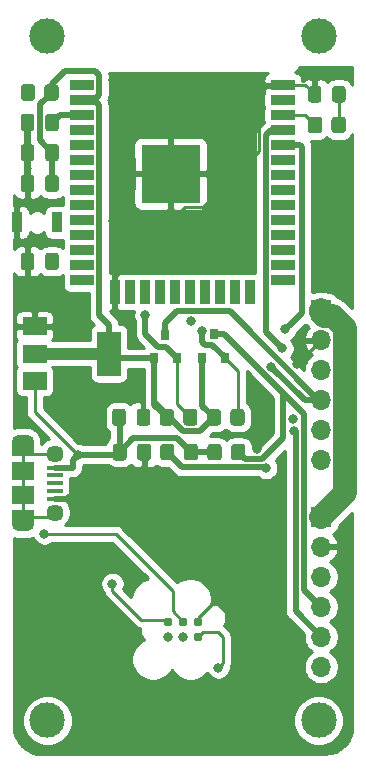
<source format=gtl>
G04 #@! TF.GenerationSoftware,KiCad,Pcbnew,(5.1.9)-1*
G04 #@! TF.CreationDate,2021-01-22T20:27:00+08:00*
G04 #@! TF.ProjectId,esp-break,6573702d-6272-4656-916b-2e6b69636164,rev?*
G04 #@! TF.SameCoordinates,Original*
G04 #@! TF.FileFunction,Copper,L1,Top*
G04 #@! TF.FilePolarity,Positive*
%FSLAX46Y46*%
G04 Gerber Fmt 4.6, Leading zero omitted, Abs format (unit mm)*
G04 Created by KiCad (PCBNEW (5.1.9)-1) date 2021-01-22 20:27:00*
%MOMM*%
%LPD*%
G01*
G04 APERTURE LIST*
G04 #@! TA.AperFunction,WasherPad*
%ADD10C,3.000000*%
G04 #@! TD*
G04 #@! TA.AperFunction,SMDPad,CuDef*
%ADD11R,0.900000X1.700000*%
G04 #@! TD*
G04 #@! TA.AperFunction,SMDPad,CuDef*
%ADD12R,5.000000X5.000000*%
G04 #@! TD*
G04 #@! TA.AperFunction,SMDPad,CuDef*
%ADD13R,2.000000X0.900000*%
G04 #@! TD*
G04 #@! TA.AperFunction,SMDPad,CuDef*
%ADD14R,0.900000X2.000000*%
G04 #@! TD*
G04 #@! TA.AperFunction,ConnectorPad*
%ADD15C,0.787400*%
G04 #@! TD*
G04 #@! TA.AperFunction,ComponentPad*
%ADD16R,1.700000X1.700000*%
G04 #@! TD*
G04 #@! TA.AperFunction,ComponentPad*
%ADD17O,1.700000X1.700000*%
G04 #@! TD*
G04 #@! TA.AperFunction,SMDPad,CuDef*
%ADD18R,0.800000X0.900000*%
G04 #@! TD*
G04 #@! TA.AperFunction,SMDPad,CuDef*
%ADD19R,1.900000X1.500000*%
G04 #@! TD*
G04 #@! TA.AperFunction,ComponentPad*
%ADD20C,1.450000*%
G04 #@! TD*
G04 #@! TA.AperFunction,SMDPad,CuDef*
%ADD21R,1.350000X0.400000*%
G04 #@! TD*
G04 #@! TA.AperFunction,ComponentPad*
%ADD22O,1.900000X1.200000*%
G04 #@! TD*
G04 #@! TA.AperFunction,SMDPad,CuDef*
%ADD23R,1.900000X1.200000*%
G04 #@! TD*
G04 #@! TA.AperFunction,SMDPad,CuDef*
%ADD24R,2.000000X3.800000*%
G04 #@! TD*
G04 #@! TA.AperFunction,SMDPad,CuDef*
%ADD25R,2.000000X1.500000*%
G04 #@! TD*
G04 #@! TA.AperFunction,ViaPad*
%ADD26C,0.800000*%
G04 #@! TD*
G04 #@! TA.AperFunction,Conductor*
%ADD27C,0.500000*%
G04 #@! TD*
G04 #@! TA.AperFunction,Conductor*
%ADD28C,0.250000*%
G04 #@! TD*
G04 #@! TA.AperFunction,Conductor*
%ADD29C,1.000000*%
G04 #@! TD*
G04 #@! TA.AperFunction,Conductor*
%ADD30C,2.000000*%
G04 #@! TD*
G04 #@! TA.AperFunction,Conductor*
%ADD31C,0.254000*%
G04 #@! TD*
G04 #@! TA.AperFunction,Conductor*
%ADD32C,0.100000*%
G04 #@! TD*
G04 APERTURE END LIST*
D10*
X128117600Y-112166400D03*
X105156000Y-112166400D03*
X128117600Y-54229000D03*
X105156000Y-54203600D03*
D11*
X105967000Y-70000000D03*
X102567000Y-70000000D03*
D12*
X115575000Y-65870000D03*
D13*
X108075000Y-58370000D03*
X108075000Y-59640000D03*
X108075000Y-60910000D03*
X108075000Y-62180000D03*
X108075000Y-63450000D03*
X108075000Y-64720000D03*
X108075000Y-65990000D03*
X108075000Y-67260000D03*
X108075000Y-68530000D03*
X108075000Y-69800000D03*
X108075000Y-71070000D03*
X108075000Y-72340000D03*
X108075000Y-73610000D03*
X108075000Y-74880000D03*
D14*
X110860000Y-75880000D03*
X112130000Y-75880000D03*
X113400000Y-75880000D03*
X114670000Y-75880000D03*
X115940000Y-75880000D03*
X117210000Y-75880000D03*
X118480000Y-75880000D03*
X119750000Y-75880000D03*
X121020000Y-75880000D03*
X122290000Y-75880000D03*
D13*
X125075000Y-74880000D03*
X125075000Y-73610000D03*
X125075000Y-72340000D03*
X125075000Y-71070000D03*
X125075000Y-69800000D03*
X125075000Y-68530000D03*
X125075000Y-67260000D03*
X125075000Y-65990000D03*
X125075000Y-64720000D03*
X125075000Y-63450000D03*
X125075000Y-62180000D03*
X125075000Y-60910000D03*
X125075000Y-59640000D03*
X125075000Y-58370000D03*
D15*
X115356640Y-105082340D03*
X115356640Y-103812340D03*
X116626640Y-105082340D03*
X116626640Y-103812340D03*
X117896640Y-105082340D03*
X117896640Y-103812340D03*
D16*
X128320800Y-77419200D03*
D17*
X128320800Y-79959200D03*
X128320800Y-82499200D03*
X128320800Y-85039200D03*
X128320800Y-87579200D03*
X128320800Y-90119200D03*
X128320800Y-107619800D03*
X128320800Y-105079800D03*
X128320800Y-102539800D03*
X128320800Y-99999800D03*
X128320800Y-97459800D03*
D16*
X128320800Y-94919800D03*
D18*
X115138660Y-79495980D03*
X116088660Y-81495980D03*
X114188660Y-81495980D03*
X118276300Y-81472740D03*
X120176300Y-81472740D03*
X119226300Y-79472740D03*
D19*
X103054900Y-93075000D03*
D20*
X105754900Y-89575000D03*
D21*
X105754900Y-91425000D03*
X105754900Y-90775000D03*
X105754900Y-93375000D03*
X105754900Y-92725000D03*
X105754900Y-92075000D03*
D20*
X105754900Y-94575000D03*
D19*
X103054900Y-91075000D03*
D22*
X103054900Y-88575000D03*
X103054900Y-95575000D03*
D23*
X103054900Y-94975000D03*
X103054900Y-89175000D03*
D24*
X110360000Y-81100000D03*
D25*
X104060000Y-81100000D03*
X104060000Y-83400000D03*
X104060000Y-78800000D03*
G04 #@! TA.AperFunction,SMDPad,CuDef*
G36*
G01*
X110675000Y-89925000D02*
X110675000Y-88975000D01*
G75*
G02*
X110925000Y-88725000I250000J0D01*
G01*
X111600000Y-88725000D01*
G75*
G02*
X111850000Y-88975000I0J-250000D01*
G01*
X111850000Y-89925000D01*
G75*
G02*
X111600000Y-90175000I-250000J0D01*
G01*
X110925000Y-90175000D01*
G75*
G02*
X110675000Y-89925000I0J250000D01*
G01*
G37*
G04 #@! TD.AperFunction*
G04 #@! TA.AperFunction,SMDPad,CuDef*
G36*
G01*
X112750000Y-89925000D02*
X112750000Y-88975000D01*
G75*
G02*
X113000000Y-88725000I250000J0D01*
G01*
X113675000Y-88725000D01*
G75*
G02*
X113925000Y-88975000I0J-250000D01*
G01*
X113925000Y-89925000D01*
G75*
G02*
X113675000Y-90175000I-250000J0D01*
G01*
X113000000Y-90175000D01*
G75*
G02*
X112750000Y-89925000I0J250000D01*
G01*
G37*
G04 #@! TD.AperFunction*
G04 #@! TA.AperFunction,SMDPad,CuDef*
G36*
G01*
X112700000Y-86975000D02*
X112700000Y-86025000D01*
G75*
G02*
X112950000Y-85775000I250000J0D01*
G01*
X113625000Y-85775000D01*
G75*
G02*
X113875000Y-86025000I0J-250000D01*
G01*
X113875000Y-86975000D01*
G75*
G02*
X113625000Y-87225000I-250000J0D01*
G01*
X112950000Y-87225000D01*
G75*
G02*
X112700000Y-86975000I0J250000D01*
G01*
G37*
G04 #@! TD.AperFunction*
G04 #@! TA.AperFunction,SMDPad,CuDef*
G36*
G01*
X110625000Y-86975000D02*
X110625000Y-86025000D01*
G75*
G02*
X110875000Y-85775000I250000J0D01*
G01*
X111550000Y-85775000D01*
G75*
G02*
X111800000Y-86025000I0J-250000D01*
G01*
X111800000Y-86975000D01*
G75*
G02*
X111550000Y-87225000I-250000J0D01*
G01*
X110875000Y-87225000D01*
G75*
G02*
X110625000Y-86975000I0J250000D01*
G01*
G37*
G04 #@! TD.AperFunction*
G04 #@! TA.AperFunction,SMDPad,CuDef*
G36*
G01*
X106125000Y-63625000D02*
X106125000Y-64575000D01*
G75*
G02*
X105875000Y-64825000I-250000J0D01*
G01*
X105200000Y-64825000D01*
G75*
G02*
X104950000Y-64575000I0J250000D01*
G01*
X104950000Y-63625000D01*
G75*
G02*
X105200000Y-63375000I250000J0D01*
G01*
X105875000Y-63375000D01*
G75*
G02*
X106125000Y-63625000I0J-250000D01*
G01*
G37*
G04 #@! TD.AperFunction*
G04 #@! TA.AperFunction,SMDPad,CuDef*
G36*
G01*
X104050000Y-63625000D02*
X104050000Y-64575000D01*
G75*
G02*
X103800000Y-64825000I-250000J0D01*
G01*
X103125000Y-64825000D01*
G75*
G02*
X102875000Y-64575000I0J250000D01*
G01*
X102875000Y-63625000D01*
G75*
G02*
X103125000Y-63375000I250000J0D01*
G01*
X103800000Y-63375000D01*
G75*
G02*
X104050000Y-63625000I0J-250000D01*
G01*
G37*
G04 #@! TD.AperFunction*
G04 #@! TA.AperFunction,SMDPad,CuDef*
G36*
G01*
X104050000Y-66225000D02*
X104050000Y-67175000D01*
G75*
G02*
X103800000Y-67425000I-250000J0D01*
G01*
X103125000Y-67425000D01*
G75*
G02*
X102875000Y-67175000I0J250000D01*
G01*
X102875000Y-66225000D01*
G75*
G02*
X103125000Y-65975000I250000J0D01*
G01*
X103800000Y-65975000D01*
G75*
G02*
X104050000Y-66225000I0J-250000D01*
G01*
G37*
G04 #@! TD.AperFunction*
G04 #@! TA.AperFunction,SMDPad,CuDef*
G36*
G01*
X106125000Y-66225000D02*
X106125000Y-67175000D01*
G75*
G02*
X105875000Y-67425000I-250000J0D01*
G01*
X105200000Y-67425000D01*
G75*
G02*
X104950000Y-67175000I0J250000D01*
G01*
X104950000Y-66225000D01*
G75*
G02*
X105200000Y-65975000I250000J0D01*
G01*
X105875000Y-65975000D01*
G75*
G02*
X106125000Y-66225000I0J-250000D01*
G01*
G37*
G04 #@! TD.AperFunction*
G04 #@! TA.AperFunction,SMDPad,CuDef*
G36*
G01*
X104950000Y-62025000D02*
X104950000Y-61075000D01*
G75*
G02*
X105200000Y-60825000I250000J0D01*
G01*
X105875000Y-60825000D01*
G75*
G02*
X106125000Y-61075000I0J-250000D01*
G01*
X106125000Y-62025000D01*
G75*
G02*
X105875000Y-62275000I-250000J0D01*
G01*
X105200000Y-62275000D01*
G75*
G02*
X104950000Y-62025000I0J250000D01*
G01*
G37*
G04 #@! TD.AperFunction*
G04 #@! TA.AperFunction,SMDPad,CuDef*
G36*
G01*
X102875000Y-62025000D02*
X102875000Y-61075000D01*
G75*
G02*
X103125000Y-60825000I250000J0D01*
G01*
X103800000Y-60825000D01*
G75*
G02*
X104050000Y-61075000I0J-250000D01*
G01*
X104050000Y-62025000D01*
G75*
G02*
X103800000Y-62275000I-250000J0D01*
G01*
X103125000Y-62275000D01*
G75*
G02*
X102875000Y-62025000I0J250000D01*
G01*
G37*
G04 #@! TD.AperFunction*
G04 #@! TA.AperFunction,SMDPad,CuDef*
G36*
G01*
X102875000Y-73775000D02*
X102875000Y-72825000D01*
G75*
G02*
X103125000Y-72575000I250000J0D01*
G01*
X103800000Y-72575000D01*
G75*
G02*
X104050000Y-72825000I0J-250000D01*
G01*
X104050000Y-73775000D01*
G75*
G02*
X103800000Y-74025000I-250000J0D01*
G01*
X103125000Y-74025000D01*
G75*
G02*
X102875000Y-73775000I0J250000D01*
G01*
G37*
G04 #@! TD.AperFunction*
G04 #@! TA.AperFunction,SMDPad,CuDef*
G36*
G01*
X104950000Y-73775000D02*
X104950000Y-72825000D01*
G75*
G02*
X105200000Y-72575000I250000J0D01*
G01*
X105875000Y-72575000D01*
G75*
G02*
X106125000Y-72825000I0J-250000D01*
G01*
X106125000Y-73775000D01*
G75*
G02*
X105875000Y-74025000I-250000J0D01*
G01*
X105200000Y-74025000D01*
G75*
G02*
X104950000Y-73775000I0J250000D01*
G01*
G37*
G04 #@! TD.AperFunction*
G04 #@! TA.AperFunction,SMDPad,CuDef*
G36*
G01*
X102900000Y-59450001D02*
X102900000Y-58549999D01*
G75*
G02*
X103149999Y-58300000I249999J0D01*
G01*
X103850001Y-58300000D01*
G75*
G02*
X104100000Y-58549999I0J-249999D01*
G01*
X104100000Y-59450001D01*
G75*
G02*
X103850001Y-59700000I-249999J0D01*
G01*
X103149999Y-59700000D01*
G75*
G02*
X102900000Y-59450001I0J249999D01*
G01*
G37*
G04 #@! TD.AperFunction*
G04 #@! TA.AperFunction,SMDPad,CuDef*
G36*
G01*
X104900000Y-59450001D02*
X104900000Y-58549999D01*
G75*
G02*
X105149999Y-58300000I249999J0D01*
G01*
X105850001Y-58300000D01*
G75*
G02*
X106100000Y-58549999I0J-249999D01*
G01*
X106100000Y-59450001D01*
G75*
G02*
X105850001Y-59700000I-249999J0D01*
G01*
X105149999Y-59700000D01*
G75*
G02*
X104900000Y-59450001I0J249999D01*
G01*
G37*
G04 #@! TD.AperFunction*
G04 #@! TA.AperFunction,SMDPad,CuDef*
G36*
G01*
X130400000Y-61299999D02*
X130400000Y-62200001D01*
G75*
G02*
X130150001Y-62450000I-249999J0D01*
G01*
X129449999Y-62450000D01*
G75*
G02*
X129200000Y-62200001I0J249999D01*
G01*
X129200000Y-61299999D01*
G75*
G02*
X129449999Y-61050000I249999J0D01*
G01*
X130150001Y-61050000D01*
G75*
G02*
X130400000Y-61299999I0J-249999D01*
G01*
G37*
G04 #@! TD.AperFunction*
G04 #@! TA.AperFunction,SMDPad,CuDef*
G36*
G01*
X128400000Y-61299999D02*
X128400000Y-62200001D01*
G75*
G02*
X128150001Y-62450000I-249999J0D01*
G01*
X127449999Y-62450000D01*
G75*
G02*
X127200000Y-62200001I0J249999D01*
G01*
X127200000Y-61299999D01*
G75*
G02*
X127449999Y-61050000I249999J0D01*
G01*
X128150001Y-61050000D01*
G75*
G02*
X128400000Y-61299999I0J-249999D01*
G01*
G37*
G04 #@! TD.AperFunction*
G04 #@! TA.AperFunction,SMDPad,CuDef*
G36*
G01*
X116650000Y-86950001D02*
X116650000Y-86049999D01*
G75*
G02*
X116899999Y-85800000I249999J0D01*
G01*
X117600001Y-85800000D01*
G75*
G02*
X117850000Y-86049999I0J-249999D01*
G01*
X117850000Y-86950001D01*
G75*
G02*
X117600001Y-87200000I-249999J0D01*
G01*
X116899999Y-87200000D01*
G75*
G02*
X116650000Y-86950001I0J249999D01*
G01*
G37*
G04 #@! TD.AperFunction*
G04 #@! TA.AperFunction,SMDPad,CuDef*
G36*
G01*
X114650000Y-86950001D02*
X114650000Y-86049999D01*
G75*
G02*
X114899999Y-85800000I249999J0D01*
G01*
X115600001Y-85800000D01*
G75*
G02*
X115850000Y-86049999I0J-249999D01*
G01*
X115850000Y-86950001D01*
G75*
G02*
X115600001Y-87200000I-249999J0D01*
G01*
X114899999Y-87200000D01*
G75*
G02*
X114650000Y-86950001I0J249999D01*
G01*
G37*
G04 #@! TD.AperFunction*
G04 #@! TA.AperFunction,SMDPad,CuDef*
G36*
G01*
X115900000Y-88999999D02*
X115900000Y-89900001D01*
G75*
G02*
X115650001Y-90150000I-249999J0D01*
G01*
X114949999Y-90150000D01*
G75*
G02*
X114700000Y-89900001I0J249999D01*
G01*
X114700000Y-88999999D01*
G75*
G02*
X114949999Y-88750000I249999J0D01*
G01*
X115650001Y-88750000D01*
G75*
G02*
X115900000Y-88999999I0J-249999D01*
G01*
G37*
G04 #@! TD.AperFunction*
G04 #@! TA.AperFunction,SMDPad,CuDef*
G36*
G01*
X117900000Y-88999999D02*
X117900000Y-89900001D01*
G75*
G02*
X117650001Y-90150000I-249999J0D01*
G01*
X116949999Y-90150000D01*
G75*
G02*
X116700000Y-89900001I0J249999D01*
G01*
X116700000Y-88999999D01*
G75*
G02*
X116949999Y-88750000I249999J0D01*
G01*
X117650001Y-88750000D01*
G75*
G02*
X117900000Y-88999999I0J-249999D01*
G01*
G37*
G04 #@! TD.AperFunction*
G04 #@! TA.AperFunction,SMDPad,CuDef*
G36*
G01*
X120650000Y-86950001D02*
X120650000Y-86049999D01*
G75*
G02*
X120899999Y-85800000I249999J0D01*
G01*
X121600001Y-85800000D01*
G75*
G02*
X121850000Y-86049999I0J-249999D01*
G01*
X121850000Y-86950001D01*
G75*
G02*
X121600001Y-87200000I-249999J0D01*
G01*
X120899999Y-87200000D01*
G75*
G02*
X120650000Y-86950001I0J249999D01*
G01*
G37*
G04 #@! TD.AperFunction*
G04 #@! TA.AperFunction,SMDPad,CuDef*
G36*
G01*
X118650000Y-86950001D02*
X118650000Y-86049999D01*
G75*
G02*
X118899999Y-85800000I249999J0D01*
G01*
X119600001Y-85800000D01*
G75*
G02*
X119850000Y-86049999I0J-249999D01*
G01*
X119850000Y-86950001D01*
G75*
G02*
X119600001Y-87200000I-249999J0D01*
G01*
X118899999Y-87200000D01*
G75*
G02*
X118650000Y-86950001I0J249999D01*
G01*
G37*
G04 #@! TD.AperFunction*
G04 #@! TA.AperFunction,SMDPad,CuDef*
G36*
G01*
X118700000Y-89900001D02*
X118700000Y-88999999D01*
G75*
G02*
X118949999Y-88750000I249999J0D01*
G01*
X119650001Y-88750000D01*
G75*
G02*
X119900000Y-88999999I0J-249999D01*
G01*
X119900000Y-89900001D01*
G75*
G02*
X119650001Y-90150000I-249999J0D01*
G01*
X118949999Y-90150000D01*
G75*
G02*
X118700000Y-89900001I0J249999D01*
G01*
G37*
G04 #@! TD.AperFunction*
G04 #@! TA.AperFunction,SMDPad,CuDef*
G36*
G01*
X120700000Y-89900001D02*
X120700000Y-88999999D01*
G75*
G02*
X120949999Y-88750000I249999J0D01*
G01*
X121650001Y-88750000D01*
G75*
G02*
X121900000Y-88999999I0J-249999D01*
G01*
X121900000Y-89900001D01*
G75*
G02*
X121650001Y-90150000I-249999J0D01*
G01*
X120949999Y-90150000D01*
G75*
G02*
X120700000Y-89900001I0J249999D01*
G01*
G37*
G04 #@! TD.AperFunction*
G04 #@! TA.AperFunction,SMDPad,CuDef*
G36*
G01*
X129250000Y-59600001D02*
X129250000Y-58699999D01*
G75*
G02*
X129499999Y-58450000I249999J0D01*
G01*
X130150001Y-58450000D01*
G75*
G02*
X130400000Y-58699999I0J-249999D01*
G01*
X130400000Y-59600001D01*
G75*
G02*
X130150001Y-59850000I-249999J0D01*
G01*
X129499999Y-59850000D01*
G75*
G02*
X129250000Y-59600001I0J249999D01*
G01*
G37*
G04 #@! TD.AperFunction*
G04 #@! TA.AperFunction,SMDPad,CuDef*
G36*
G01*
X127200000Y-59600001D02*
X127200000Y-58699999D01*
G75*
G02*
X127449999Y-58450000I249999J0D01*
G01*
X128100001Y-58450000D01*
G75*
G02*
X128350000Y-58699999I0J-249999D01*
G01*
X128350000Y-59600001D01*
G75*
G02*
X128100001Y-59850000I-249999J0D01*
G01*
X127449999Y-59850000D01*
G75*
G02*
X127200000Y-59600001I0J249999D01*
G01*
G37*
G04 #@! TD.AperFunction*
D26*
X104900000Y-96350000D03*
X105537474Y-61550000D03*
X103500000Y-59000000D03*
X105550000Y-73350000D03*
X105967000Y-70000000D03*
X117307658Y-78377648D03*
X107700000Y-89675000D03*
X111212500Y-86500000D03*
X125075000Y-74880000D03*
X119634000Y-107696000D03*
X114550000Y-67900000D03*
X117600000Y-67900000D03*
X116600000Y-67900000D03*
X115600000Y-67900000D03*
X113550000Y-67900000D03*
X114550000Y-66850000D03*
X117600000Y-66850000D03*
X116600000Y-66850000D03*
X115600000Y-66850000D03*
X113550000Y-66850000D03*
X114550000Y-65850000D03*
X117600000Y-65850000D03*
X116600000Y-65850000D03*
X115600000Y-65850000D03*
X113550000Y-65850000D03*
X114550000Y-64850000D03*
X117600000Y-64850000D03*
X116600000Y-64850000D03*
X115600000Y-64850000D03*
X113550000Y-64850000D03*
X117600000Y-63850000D03*
X116600000Y-63850000D03*
X115600000Y-63850000D03*
X114550000Y-63850000D03*
X113550000Y-63850000D03*
X106380000Y-78830000D03*
X110860000Y-75880000D03*
X110744000Y-69850000D03*
X111760000Y-69850000D03*
X112776000Y-69850000D03*
X113792000Y-69850000D03*
X114808000Y-69850000D03*
X115824000Y-69850000D03*
X116840000Y-69850000D03*
X117856000Y-69850000D03*
X118872000Y-69850000D03*
X119888000Y-69850000D03*
X120904000Y-69850000D03*
X121920000Y-69850000D03*
X110744000Y-57912000D03*
X111760000Y-57912000D03*
X112776000Y-57912000D03*
X113792000Y-57912000D03*
X114808000Y-57912000D03*
X115824000Y-57912000D03*
X116840000Y-57912000D03*
X117856000Y-57912000D03*
X118872000Y-57912000D03*
X119888000Y-57912000D03*
X120904000Y-57912000D03*
X121920000Y-57912000D03*
X126294913Y-81985087D03*
X125984000Y-86614000D03*
X122936000Y-105664000D03*
X123952000Y-105664000D03*
X124968000Y-105664000D03*
X122936000Y-106680000D03*
X123952000Y-106680000D03*
X124968000Y-106680000D03*
X122936000Y-107696000D03*
X123952000Y-107696000D03*
X124968000Y-107696000D03*
X122936000Y-85090000D03*
X122936000Y-86106000D03*
X122936000Y-87122000D03*
X122936000Y-88138000D03*
X122936000Y-89154000D03*
X122936000Y-101600000D03*
X108100000Y-58400000D03*
X129250000Y-68800000D03*
X122936000Y-97536000D03*
X122936000Y-100584000D03*
X122936000Y-99568000D03*
X122936000Y-98552000D03*
X110650000Y-100600000D03*
X115250000Y-86500000D03*
X116626640Y-105082340D03*
X125037669Y-80671922D03*
X125300000Y-79050000D03*
X115356640Y-105082340D03*
X113450000Y-77850000D03*
X125075000Y-71070000D03*
X118200000Y-79200000D03*
X125075000Y-72340000D03*
X123679464Y-90785004D03*
X124100000Y-82200000D03*
X126020792Y-87650000D03*
D27*
X108075000Y-60910000D02*
X106177474Y-60910000D01*
X106177474Y-60910000D02*
X105537474Y-61550000D01*
X105537500Y-73337500D02*
X105550000Y-73350000D01*
X105537500Y-73300000D02*
X105537500Y-73337500D01*
D28*
X115749189Y-102934889D02*
X116626640Y-103812340D01*
X115749189Y-101181363D02*
X115749189Y-102934889D01*
X110917826Y-96350000D02*
X115749189Y-101181363D01*
X104900000Y-96350000D02*
X110917826Y-96350000D01*
D27*
X105754900Y-90775000D02*
X107275000Y-90775000D01*
D28*
X107408902Y-89675000D02*
X107700000Y-89675000D01*
D27*
X107275000Y-90100000D02*
X107700000Y-89675000D01*
X107275000Y-90775000D02*
X107275000Y-90100000D01*
X111037500Y-89675000D02*
X111262500Y-89450000D01*
X107700000Y-89675000D02*
X111037500Y-89675000D01*
X111262500Y-86550000D02*
X111212500Y-86500000D01*
X111262500Y-89450000D02*
X111262500Y-86550000D01*
X116124990Y-88274990D02*
X117300000Y-89450000D01*
X112437510Y-88274990D02*
X116124990Y-88274990D01*
X111262500Y-89450000D02*
X112437510Y-88274990D01*
X117300000Y-89450000D02*
X119300000Y-89450000D01*
D28*
X104060000Y-86035000D02*
X107700000Y-89675000D01*
X104060000Y-83400000D02*
X104060000Y-86035000D01*
X119986941Y-107343059D02*
X119634000Y-107696000D01*
X119560385Y-104643039D02*
X119986941Y-105069595D01*
X119986941Y-105069595D02*
X119986941Y-107343059D01*
X118335941Y-104643039D02*
X119560385Y-104643039D01*
X117896640Y-105082340D02*
X118335941Y-104643039D01*
D29*
X108275000Y-93375000D02*
X107125000Y-93375000D01*
D27*
X105754900Y-93375000D02*
X107125000Y-93375000D01*
D28*
X123825000Y-58370000D02*
X125075000Y-58370000D01*
X123049989Y-59145011D02*
X123825000Y-58370000D01*
X123049989Y-63980013D02*
X123049989Y-59145011D01*
X118335001Y-68695001D02*
X123049989Y-63980013D01*
X116794999Y-68695001D02*
X118335001Y-68695001D01*
X110860000Y-74630000D02*
X116794999Y-68695001D01*
X110860000Y-75880000D02*
X110860000Y-74630000D01*
X104060000Y-78800000D02*
X106350000Y-78800000D01*
X106350000Y-78800000D02*
X106380000Y-78830000D01*
X103810000Y-78800000D02*
X104060000Y-78800000D01*
X128320800Y-79959200D02*
X126294913Y-81985087D01*
X126995000Y-58370000D02*
X125075000Y-58370000D01*
X127775000Y-59150000D02*
X126995000Y-58370000D01*
D27*
X103462500Y-61550000D02*
X103462500Y-64100000D01*
X103462500Y-66700000D02*
X103462500Y-64100000D01*
X108075000Y-58375000D02*
X108100000Y-58400000D01*
X108075000Y-58370000D02*
X108075000Y-58375000D01*
D28*
X119783934Y-101600000D02*
X122936000Y-101600000D01*
X117896640Y-103487294D02*
X119783934Y-101600000D01*
X117896640Y-103812340D02*
X117896640Y-103487294D01*
D27*
X109065002Y-59640000D02*
X108075000Y-59640000D01*
X109525001Y-60099999D02*
X109065002Y-59640000D01*
X109525001Y-57559999D02*
X109165002Y-57200000D01*
X109065002Y-59640000D02*
X109525001Y-59180001D01*
X109525001Y-59180001D02*
X109525001Y-57559999D01*
X110360000Y-78700000D02*
X110360000Y-81100000D01*
X109525001Y-77865001D02*
X110360000Y-78700000D01*
X109525001Y-60099999D02*
X109525001Y-77865001D01*
X110755980Y-81495980D02*
X110360000Y-81100000D01*
X114188660Y-81495980D02*
X110755980Y-81495980D01*
D29*
X104060000Y-81100000D02*
X110360000Y-81100000D01*
D27*
X105500000Y-58300000D02*
X105500000Y-59000000D01*
X106600000Y-57200000D02*
X105500000Y-58300000D01*
X109165002Y-57200000D02*
X106600000Y-57200000D01*
X104500000Y-63062500D02*
X105537500Y-64100000D01*
X104500000Y-60000000D02*
X104500000Y-63062500D01*
X105500000Y-59000000D02*
X104500000Y-60000000D01*
X105537500Y-64100000D02*
X105537500Y-66700000D01*
X118276300Y-85526300D02*
X119250000Y-86500000D01*
X118276300Y-81472740D02*
X118276300Y-85526300D01*
X114188660Y-85438660D02*
X115250000Y-86500000D01*
X114188660Y-81495980D02*
X114188660Y-85438660D01*
X118099990Y-87650010D02*
X119250000Y-86500000D01*
X116610044Y-87650010D02*
X118099990Y-87650010D01*
X114188660Y-85228626D02*
X116610044Y-87650010D01*
X114188660Y-81495980D02*
X114188660Y-85228626D01*
D28*
X110650000Y-100709128D02*
X110650000Y-100600000D01*
X115171339Y-103627039D02*
X115356640Y-103812340D01*
X113111354Y-103627039D02*
X115171339Y-103627039D01*
X110650000Y-101165685D02*
X113111354Y-103627039D01*
X110650000Y-100600000D02*
X110650000Y-101165685D01*
D27*
X125075000Y-62180000D02*
X124084998Y-62180000D01*
X124084998Y-62180000D02*
X123624999Y-62639999D01*
X123624999Y-62639999D02*
X123624999Y-79259252D01*
X123624999Y-79259252D02*
X124637670Y-80271923D01*
X124637670Y-80271923D02*
X125037669Y-80671922D01*
X125699999Y-78650001D02*
X125300000Y-79050000D01*
X126575000Y-63450000D02*
X126699999Y-63574999D01*
X126699999Y-77650001D02*
X125699999Y-78650001D01*
X125075000Y-63450000D02*
X126575000Y-63450000D01*
X126699999Y-63574999D02*
X126699999Y-77650001D01*
D28*
X129800000Y-59175000D02*
X129825000Y-59150000D01*
X129800000Y-61750000D02*
X129800000Y-59175000D01*
D27*
X116088660Y-81445980D02*
X116088660Y-81495980D01*
X115188660Y-80545980D02*
X116088660Y-81445980D01*
X114528658Y-80545980D02*
X115188660Y-80545980D01*
X113450000Y-79467322D02*
X114528658Y-80545980D01*
X113450000Y-77850000D02*
X113450000Y-79467322D01*
D28*
X116088660Y-85338660D02*
X117250000Y-86500000D01*
X116088660Y-81495980D02*
X116088660Y-85338660D01*
D27*
X118200000Y-79765685D02*
X118200000Y-79200000D01*
X118200000Y-80106442D02*
X118200000Y-79765685D01*
X118466299Y-80372741D02*
X118200000Y-80106442D01*
X119126301Y-80372741D02*
X118466299Y-80372741D01*
X120176300Y-81422740D02*
X119126301Y-80372741D01*
X120176300Y-81472740D02*
X120176300Y-81422740D01*
D28*
X121250000Y-82546440D02*
X120176300Y-81472740D01*
X121250000Y-86500000D02*
X121250000Y-82546440D01*
D27*
X115138660Y-79495980D02*
X115138660Y-79445980D01*
X128091024Y-85039200D02*
X128320800Y-85039200D01*
X120579471Y-77527647D02*
X128091024Y-85039200D01*
X116156993Y-77527647D02*
X120579471Y-77527647D01*
X115138660Y-78545980D02*
X116156993Y-77527647D01*
X115138660Y-79495980D02*
X115138660Y-78545980D01*
X123598471Y-90704011D02*
X123679464Y-90785004D01*
X116554011Y-90704011D02*
X123598471Y-90704011D01*
X115300000Y-89450000D02*
X116554011Y-90704011D01*
X126939200Y-85039200D02*
X128320800Y-85039200D01*
X124100000Y-82200000D02*
X126939200Y-85039200D01*
X127470801Y-101689801D02*
X128320800Y-102539800D01*
X126870792Y-101089792D02*
X127470801Y-101689801D01*
X126870792Y-86217232D02*
X126870792Y-101089792D01*
X119226300Y-79472740D02*
X120126300Y-79472740D01*
X125133999Y-84616001D02*
X125201780Y-84548220D01*
X123344001Y-90004001D02*
X125133999Y-88214003D01*
X121300000Y-89450000D02*
X121854001Y-90004001D01*
X121854001Y-90004001D02*
X123344001Y-90004001D01*
X125201780Y-84548220D02*
X126870792Y-86217232D01*
X125133999Y-88214003D02*
X125133999Y-84616001D01*
X120126300Y-79472740D02*
X125201780Y-84548220D01*
D28*
X126960000Y-60910000D02*
X127800000Y-61750000D01*
X125075000Y-60910000D02*
X126960000Y-60910000D01*
D27*
X126170782Y-102929782D02*
X126170782Y-101379745D01*
X128320800Y-105079800D02*
X126170782Y-102929782D01*
X126170782Y-101379745D02*
X126170782Y-87799990D01*
X126170782Y-87799990D02*
X126020792Y-87650000D01*
D28*
X103054900Y-89175000D02*
X103054900Y-95575000D01*
X105354900Y-94975000D02*
X105754900Y-94575000D01*
X103054900Y-94975000D02*
X105354900Y-94975000D01*
X103054900Y-89425000D02*
X103054900Y-88575000D01*
X103204900Y-89575000D02*
X103054900Y-89425000D01*
X105754900Y-89575000D02*
X103204900Y-89575000D01*
D30*
X130370801Y-92869799D02*
X128320800Y-94919800D01*
X130370801Y-78975199D02*
X130370801Y-92869799D01*
X129304801Y-77909199D02*
X130370801Y-78975199D01*
X128609199Y-77909199D02*
X129304801Y-77909199D01*
X128320800Y-77620800D02*
X128609199Y-77909199D01*
X128320800Y-77419200D02*
X128320800Y-77620800D01*
D31*
X113464500Y-89323000D02*
X113484500Y-89323000D01*
X113484500Y-89577000D01*
X113464500Y-89577000D01*
X113464500Y-90651250D01*
X113623250Y-90810000D01*
X113925000Y-90813072D01*
X114049482Y-90800812D01*
X114169180Y-90764502D01*
X114279494Y-90705537D01*
X114376185Y-90626185D01*
X114402561Y-90594046D01*
X114456613Y-90638405D01*
X114610149Y-90720472D01*
X114776745Y-90771008D01*
X114949999Y-90788072D01*
X115386493Y-90788072D01*
X115897481Y-91299060D01*
X115925194Y-91332828D01*
X115958962Y-91360541D01*
X115958964Y-91360543D01*
X116023883Y-91413821D01*
X116059952Y-91443422D01*
X116213698Y-91525600D01*
X116380521Y-91576206D01*
X116510534Y-91589011D01*
X116510544Y-91589011D01*
X116554010Y-91593292D01*
X116597476Y-91589011D01*
X123019795Y-91589011D01*
X123189208Y-91702209D01*
X123377566Y-91780230D01*
X123577525Y-91820004D01*
X123781403Y-91820004D01*
X123981362Y-91780230D01*
X124169720Y-91702209D01*
X124339238Y-91588941D01*
X124483401Y-91444778D01*
X124596669Y-91275260D01*
X124674690Y-91086902D01*
X124714464Y-90886943D01*
X124714464Y-90683065D01*
X124674690Y-90483106D01*
X124596669Y-90294748D01*
X124483401Y-90125230D01*
X124478876Y-90120705D01*
X125285783Y-89313798D01*
X125285782Y-101423221D01*
X125285783Y-101423231D01*
X125285782Y-102886312D01*
X125281501Y-102929782D01*
X125285782Y-102973251D01*
X125285782Y-102973258D01*
X125291751Y-103033858D01*
X125298587Y-103103272D01*
X125302459Y-103116036D01*
X125349193Y-103270094D01*
X125431371Y-103423840D01*
X125541965Y-103558599D01*
X125575738Y-103586316D01*
X126850261Y-104860840D01*
X126835800Y-104933540D01*
X126835800Y-105226060D01*
X126892868Y-105512958D01*
X127004810Y-105783211D01*
X127167325Y-106026432D01*
X127374168Y-106233275D01*
X127548560Y-106349800D01*
X127374168Y-106466325D01*
X127167325Y-106673168D01*
X127004810Y-106916389D01*
X126892868Y-107186642D01*
X126835800Y-107473540D01*
X126835800Y-107766060D01*
X126892868Y-108052958D01*
X127004810Y-108323211D01*
X127167325Y-108566432D01*
X127374168Y-108773275D01*
X127617389Y-108935790D01*
X127887642Y-109047732D01*
X128174540Y-109104800D01*
X128467060Y-109104800D01*
X128753958Y-109047732D01*
X129024211Y-108935790D01*
X129267432Y-108773275D01*
X129474275Y-108566432D01*
X129636790Y-108323211D01*
X129748732Y-108052958D01*
X129805800Y-107766060D01*
X129805800Y-107473540D01*
X129748732Y-107186642D01*
X129636790Y-106916389D01*
X129474275Y-106673168D01*
X129267432Y-106466325D01*
X129093040Y-106349800D01*
X129267432Y-106233275D01*
X129474275Y-106026432D01*
X129636790Y-105783211D01*
X129748732Y-105512958D01*
X129805800Y-105226060D01*
X129805800Y-104933540D01*
X129748732Y-104646642D01*
X129636790Y-104376389D01*
X129474275Y-104133168D01*
X129267432Y-103926325D01*
X129093040Y-103809800D01*
X129267432Y-103693275D01*
X129474275Y-103486432D01*
X129636790Y-103243211D01*
X129748732Y-102972958D01*
X129805800Y-102686060D01*
X129805800Y-102393540D01*
X129748732Y-102106642D01*
X129636790Y-101836389D01*
X129474275Y-101593168D01*
X129267432Y-101386325D01*
X129093040Y-101269800D01*
X129267432Y-101153275D01*
X129474275Y-100946432D01*
X129636790Y-100703211D01*
X129748732Y-100432958D01*
X129805800Y-100146060D01*
X129805800Y-99853540D01*
X129748732Y-99566642D01*
X129636790Y-99296389D01*
X129474275Y-99053168D01*
X129267432Y-98846325D01*
X129085266Y-98724605D01*
X129202155Y-98654978D01*
X129418388Y-98460069D01*
X129592441Y-98226720D01*
X129717625Y-97963899D01*
X129762276Y-97816690D01*
X129640955Y-97586800D01*
X128447800Y-97586800D01*
X128447800Y-97606800D01*
X128193800Y-97606800D01*
X128193800Y-97586800D01*
X128173800Y-97586800D01*
X128173800Y-97332800D01*
X128193800Y-97332800D01*
X128193800Y-97312800D01*
X128447800Y-97312800D01*
X128447800Y-97332800D01*
X129640955Y-97332800D01*
X129762276Y-97102910D01*
X129717625Y-96955701D01*
X129592441Y-96692880D01*
X129418388Y-96459531D01*
X129334334Y-96383766D01*
X129414980Y-96359302D01*
X129525294Y-96300337D01*
X129621985Y-96220985D01*
X129701337Y-96124294D01*
X129760302Y-96013980D01*
X129796612Y-95894282D01*
X129808872Y-95769800D01*
X129808872Y-95743966D01*
X130962801Y-94590038D01*
X130962801Y-112667512D01*
X130915668Y-113148214D01*
X130785439Y-113579553D01*
X130573910Y-113977381D01*
X130289142Y-114326540D01*
X129941970Y-114613746D01*
X129545634Y-114828045D01*
X129115212Y-114961283D01*
X128636477Y-115011600D01*
X104654878Y-115011600D01*
X104174186Y-114964468D01*
X103742847Y-114834239D01*
X103345019Y-114622710D01*
X102995860Y-114337942D01*
X102708654Y-113990770D01*
X102494355Y-113594434D01*
X102361117Y-113164012D01*
X102310800Y-112685277D01*
X102310800Y-111956121D01*
X103021000Y-111956121D01*
X103021000Y-112376679D01*
X103103047Y-112789156D01*
X103263988Y-113177702D01*
X103497637Y-113527383D01*
X103795017Y-113824763D01*
X104144698Y-114058412D01*
X104533244Y-114219353D01*
X104945721Y-114301400D01*
X105366279Y-114301400D01*
X105778756Y-114219353D01*
X106167302Y-114058412D01*
X106516983Y-113824763D01*
X106814363Y-113527383D01*
X107048012Y-113177702D01*
X107208953Y-112789156D01*
X107291000Y-112376679D01*
X107291000Y-111956121D01*
X125982600Y-111956121D01*
X125982600Y-112376679D01*
X126064647Y-112789156D01*
X126225588Y-113177702D01*
X126459237Y-113527383D01*
X126756617Y-113824763D01*
X127106298Y-114058412D01*
X127494844Y-114219353D01*
X127907321Y-114301400D01*
X128327879Y-114301400D01*
X128740356Y-114219353D01*
X129128902Y-114058412D01*
X129478583Y-113824763D01*
X129775963Y-113527383D01*
X130009612Y-113177702D01*
X130170553Y-112789156D01*
X130252600Y-112376679D01*
X130252600Y-111956121D01*
X130170553Y-111543644D01*
X130009612Y-111155098D01*
X129775963Y-110805417D01*
X129478583Y-110508037D01*
X129128902Y-110274388D01*
X128740356Y-110113447D01*
X128327879Y-110031400D01*
X127907321Y-110031400D01*
X127494844Y-110113447D01*
X127106298Y-110274388D01*
X126756617Y-110508037D01*
X126459237Y-110805417D01*
X126225588Y-111155098D01*
X126064647Y-111543644D01*
X125982600Y-111956121D01*
X107291000Y-111956121D01*
X107208953Y-111543644D01*
X107048012Y-111155098D01*
X106814363Y-110805417D01*
X106516983Y-110508037D01*
X106167302Y-110274388D01*
X105778756Y-110113447D01*
X105366279Y-110031400D01*
X104945721Y-110031400D01*
X104533244Y-110113447D01*
X104144698Y-110274388D01*
X103795017Y-110508037D01*
X103497637Y-110805417D01*
X103263988Y-111155098D01*
X103103047Y-111543644D01*
X103021000Y-111956121D01*
X102310800Y-111956121D01*
X102310800Y-96746022D01*
X102462798Y-96792130D01*
X102644235Y-96810000D01*
X103465565Y-96810000D01*
X103647002Y-96792130D01*
X103879801Y-96721511D01*
X103923855Y-96697964D01*
X103982795Y-96840256D01*
X104096063Y-97009774D01*
X104240226Y-97153937D01*
X104409744Y-97267205D01*
X104598102Y-97345226D01*
X104798061Y-97385000D01*
X105001939Y-97385000D01*
X105201898Y-97345226D01*
X105390256Y-97267205D01*
X105559774Y-97153937D01*
X105603711Y-97110000D01*
X110603025Y-97110000D01*
X113632537Y-100139513D01*
X113555051Y-100154926D01*
X113223386Y-100292306D01*
X112924896Y-100491751D01*
X112671051Y-100745596D01*
X112471606Y-101044086D01*
X112334226Y-101375751D01*
X112267968Y-101708851D01*
X111591271Y-101032155D01*
X111645226Y-100901898D01*
X111685000Y-100701939D01*
X111685000Y-100498061D01*
X111645226Y-100298102D01*
X111567205Y-100109744D01*
X111453937Y-99940226D01*
X111309774Y-99796063D01*
X111140256Y-99682795D01*
X110951898Y-99604774D01*
X110751939Y-99565000D01*
X110548061Y-99565000D01*
X110348102Y-99604774D01*
X110159744Y-99682795D01*
X109990226Y-99796063D01*
X109846063Y-99940226D01*
X109732795Y-100109744D01*
X109654774Y-100298102D01*
X109615000Y-100498061D01*
X109615000Y-100701939D01*
X109654774Y-100901898D01*
X109732795Y-101090256D01*
X109846063Y-101259774D01*
X109901013Y-101314724D01*
X109944454Y-101457932D01*
X109952404Y-101472805D01*
X110015026Y-101589961D01*
X110086201Y-101676687D01*
X110110000Y-101705686D01*
X110138998Y-101729484D01*
X112547554Y-104138041D01*
X112571353Y-104167040D01*
X112687078Y-104262013D01*
X112819107Y-104332585D01*
X112956340Y-104374213D01*
X112956340Y-104558665D01*
X112999777Y-104777036D01*
X113084981Y-104982738D01*
X113208679Y-105167864D01*
X113357549Y-105316734D01*
X113223386Y-105372306D01*
X112924896Y-105571751D01*
X112671051Y-105825596D01*
X112471606Y-106124086D01*
X112334226Y-106455751D01*
X112264190Y-106807844D01*
X112264190Y-107166836D01*
X112334226Y-107518929D01*
X112471606Y-107850594D01*
X112671051Y-108149084D01*
X112924896Y-108402929D01*
X113223386Y-108602374D01*
X113555051Y-108739754D01*
X113907144Y-108809790D01*
X114266136Y-108809790D01*
X114618229Y-108739754D01*
X114949894Y-108602374D01*
X115248384Y-108402929D01*
X115502229Y-108149084D01*
X115674140Y-107891801D01*
X115846051Y-108149084D01*
X116099896Y-108402929D01*
X116398386Y-108602374D01*
X116730051Y-108739754D01*
X117082144Y-108809790D01*
X117441136Y-108809790D01*
X117793229Y-108739754D01*
X118124894Y-108602374D01*
X118423384Y-108402929D01*
X118677229Y-108149084D01*
X118692149Y-108126755D01*
X118716795Y-108186256D01*
X118830063Y-108355774D01*
X118974226Y-108499937D01*
X119143744Y-108613205D01*
X119332102Y-108691226D01*
X119532061Y-108731000D01*
X119735939Y-108731000D01*
X119935898Y-108691226D01*
X120124256Y-108613205D01*
X120293774Y-108499937D01*
X120437937Y-108355774D01*
X120551205Y-108186256D01*
X120629226Y-107997898D01*
X120669000Y-107797939D01*
X120669000Y-107679246D01*
X120692487Y-107635306D01*
X120735944Y-107492045D01*
X120746941Y-107380392D01*
X120746941Y-107380382D01*
X120750617Y-107343059D01*
X120746941Y-107305736D01*
X120746941Y-105106917D01*
X120750617Y-105069594D01*
X120746941Y-105032271D01*
X120746941Y-105032262D01*
X120735944Y-104920609D01*
X120692487Y-104777348D01*
X120621915Y-104645319D01*
X120526942Y-104529594D01*
X120497939Y-104505792D01*
X120124189Y-104132042D01*
X120100386Y-104103038D01*
X120085428Y-104090762D01*
X120168299Y-103966738D01*
X120253503Y-103761036D01*
X120296940Y-103542665D01*
X120296940Y-103320015D01*
X120253503Y-103101644D01*
X120168299Y-102895942D01*
X120044601Y-102710816D01*
X119887164Y-102553379D01*
X119702038Y-102429681D01*
X119496336Y-102344477D01*
X119277965Y-102301040D01*
X119055315Y-102301040D01*
X119040912Y-102303905D01*
X119084090Y-102086836D01*
X119084090Y-101727844D01*
X119014054Y-101375751D01*
X118876674Y-101044086D01*
X118677229Y-100745596D01*
X118423384Y-100491751D01*
X118124894Y-100292306D01*
X117793229Y-100154926D01*
X117441136Y-100084890D01*
X117082144Y-100084890D01*
X116730051Y-100154926D01*
X116398386Y-100292306D01*
X116120567Y-100477939D01*
X111481630Y-95839003D01*
X111457827Y-95809999D01*
X111342102Y-95715026D01*
X111210073Y-95644454D01*
X111066812Y-95600997D01*
X110955159Y-95590000D01*
X110955148Y-95590000D01*
X110917826Y-95586324D01*
X110880504Y-95590000D01*
X106663230Y-95590000D01*
X106811281Y-95441949D01*
X106960116Y-95219201D01*
X107062636Y-94971697D01*
X107114900Y-94708948D01*
X107114900Y-94441052D01*
X107062636Y-94178303D01*
X106960116Y-93930799D01*
X106959321Y-93929610D01*
X107015421Y-93828576D01*
X107053641Y-93709474D01*
X107064900Y-93606750D01*
X106906150Y-93448000D01*
X106793578Y-93448000D01*
X106881085Y-93376185D01*
X106960437Y-93279494D01*
X106996932Y-93211218D01*
X107064900Y-93143250D01*
X107054912Y-93052120D01*
X107055712Y-93049482D01*
X107067972Y-92925000D01*
X107067972Y-92525000D01*
X107055712Y-92400518D01*
X107055555Y-92400000D01*
X107055712Y-92399482D01*
X107067972Y-92275000D01*
X107067972Y-91875000D01*
X107055712Y-91750518D01*
X107055555Y-91750000D01*
X107055712Y-91749482D01*
X107064525Y-91660000D01*
X107231523Y-91660000D01*
X107275000Y-91664282D01*
X107318476Y-91660000D01*
X107318477Y-91660000D01*
X107448490Y-91647195D01*
X107615313Y-91596589D01*
X107769059Y-91514411D01*
X107903817Y-91403817D01*
X108014411Y-91269059D01*
X108096589Y-91115313D01*
X108147195Y-90948490D01*
X108159299Y-90825590D01*
X108160000Y-90818477D01*
X108160000Y-90818476D01*
X108164282Y-90775000D01*
X108160000Y-90731523D01*
X108160000Y-90604738D01*
X108190256Y-90592205D01*
X108238454Y-90560000D01*
X110305614Y-90560000D01*
X110431614Y-90663405D01*
X110585150Y-90745472D01*
X110751746Y-90796008D01*
X110925000Y-90813072D01*
X111600000Y-90813072D01*
X111773254Y-90796008D01*
X111939850Y-90745472D01*
X112093386Y-90663405D01*
X112227962Y-90552962D01*
X112233342Y-90546406D01*
X112298815Y-90626185D01*
X112395506Y-90705537D01*
X112505820Y-90764502D01*
X112625518Y-90800812D01*
X112750000Y-90813072D01*
X113051750Y-90810000D01*
X113210500Y-90651250D01*
X113210500Y-89577000D01*
X113190500Y-89577000D01*
X113190500Y-89323000D01*
X113210500Y-89323000D01*
X113210500Y-89303000D01*
X113464500Y-89303000D01*
X113464500Y-89323000D01*
G04 #@! TA.AperFunction,Conductor*
D32*
G36*
X113464500Y-89323000D02*
G01*
X113484500Y-89323000D01*
X113484500Y-89577000D01*
X113464500Y-89577000D01*
X113464500Y-90651250D01*
X113623250Y-90810000D01*
X113925000Y-90813072D01*
X114049482Y-90800812D01*
X114169180Y-90764502D01*
X114279494Y-90705537D01*
X114376185Y-90626185D01*
X114402561Y-90594046D01*
X114456613Y-90638405D01*
X114610149Y-90720472D01*
X114776745Y-90771008D01*
X114949999Y-90788072D01*
X115386493Y-90788072D01*
X115897481Y-91299060D01*
X115925194Y-91332828D01*
X115958962Y-91360541D01*
X115958964Y-91360543D01*
X116023883Y-91413821D01*
X116059952Y-91443422D01*
X116213698Y-91525600D01*
X116380521Y-91576206D01*
X116510534Y-91589011D01*
X116510544Y-91589011D01*
X116554010Y-91593292D01*
X116597476Y-91589011D01*
X123019795Y-91589011D01*
X123189208Y-91702209D01*
X123377566Y-91780230D01*
X123577525Y-91820004D01*
X123781403Y-91820004D01*
X123981362Y-91780230D01*
X124169720Y-91702209D01*
X124339238Y-91588941D01*
X124483401Y-91444778D01*
X124596669Y-91275260D01*
X124674690Y-91086902D01*
X124714464Y-90886943D01*
X124714464Y-90683065D01*
X124674690Y-90483106D01*
X124596669Y-90294748D01*
X124483401Y-90125230D01*
X124478876Y-90120705D01*
X125285783Y-89313798D01*
X125285782Y-101423221D01*
X125285783Y-101423231D01*
X125285782Y-102886312D01*
X125281501Y-102929782D01*
X125285782Y-102973251D01*
X125285782Y-102973258D01*
X125291751Y-103033858D01*
X125298587Y-103103272D01*
X125302459Y-103116036D01*
X125349193Y-103270094D01*
X125431371Y-103423840D01*
X125541965Y-103558599D01*
X125575738Y-103586316D01*
X126850261Y-104860840D01*
X126835800Y-104933540D01*
X126835800Y-105226060D01*
X126892868Y-105512958D01*
X127004810Y-105783211D01*
X127167325Y-106026432D01*
X127374168Y-106233275D01*
X127548560Y-106349800D01*
X127374168Y-106466325D01*
X127167325Y-106673168D01*
X127004810Y-106916389D01*
X126892868Y-107186642D01*
X126835800Y-107473540D01*
X126835800Y-107766060D01*
X126892868Y-108052958D01*
X127004810Y-108323211D01*
X127167325Y-108566432D01*
X127374168Y-108773275D01*
X127617389Y-108935790D01*
X127887642Y-109047732D01*
X128174540Y-109104800D01*
X128467060Y-109104800D01*
X128753958Y-109047732D01*
X129024211Y-108935790D01*
X129267432Y-108773275D01*
X129474275Y-108566432D01*
X129636790Y-108323211D01*
X129748732Y-108052958D01*
X129805800Y-107766060D01*
X129805800Y-107473540D01*
X129748732Y-107186642D01*
X129636790Y-106916389D01*
X129474275Y-106673168D01*
X129267432Y-106466325D01*
X129093040Y-106349800D01*
X129267432Y-106233275D01*
X129474275Y-106026432D01*
X129636790Y-105783211D01*
X129748732Y-105512958D01*
X129805800Y-105226060D01*
X129805800Y-104933540D01*
X129748732Y-104646642D01*
X129636790Y-104376389D01*
X129474275Y-104133168D01*
X129267432Y-103926325D01*
X129093040Y-103809800D01*
X129267432Y-103693275D01*
X129474275Y-103486432D01*
X129636790Y-103243211D01*
X129748732Y-102972958D01*
X129805800Y-102686060D01*
X129805800Y-102393540D01*
X129748732Y-102106642D01*
X129636790Y-101836389D01*
X129474275Y-101593168D01*
X129267432Y-101386325D01*
X129093040Y-101269800D01*
X129267432Y-101153275D01*
X129474275Y-100946432D01*
X129636790Y-100703211D01*
X129748732Y-100432958D01*
X129805800Y-100146060D01*
X129805800Y-99853540D01*
X129748732Y-99566642D01*
X129636790Y-99296389D01*
X129474275Y-99053168D01*
X129267432Y-98846325D01*
X129085266Y-98724605D01*
X129202155Y-98654978D01*
X129418388Y-98460069D01*
X129592441Y-98226720D01*
X129717625Y-97963899D01*
X129762276Y-97816690D01*
X129640955Y-97586800D01*
X128447800Y-97586800D01*
X128447800Y-97606800D01*
X128193800Y-97606800D01*
X128193800Y-97586800D01*
X128173800Y-97586800D01*
X128173800Y-97332800D01*
X128193800Y-97332800D01*
X128193800Y-97312800D01*
X128447800Y-97312800D01*
X128447800Y-97332800D01*
X129640955Y-97332800D01*
X129762276Y-97102910D01*
X129717625Y-96955701D01*
X129592441Y-96692880D01*
X129418388Y-96459531D01*
X129334334Y-96383766D01*
X129414980Y-96359302D01*
X129525294Y-96300337D01*
X129621985Y-96220985D01*
X129701337Y-96124294D01*
X129760302Y-96013980D01*
X129796612Y-95894282D01*
X129808872Y-95769800D01*
X129808872Y-95743966D01*
X130962801Y-94590038D01*
X130962801Y-112667512D01*
X130915668Y-113148214D01*
X130785439Y-113579553D01*
X130573910Y-113977381D01*
X130289142Y-114326540D01*
X129941970Y-114613746D01*
X129545634Y-114828045D01*
X129115212Y-114961283D01*
X128636477Y-115011600D01*
X104654878Y-115011600D01*
X104174186Y-114964468D01*
X103742847Y-114834239D01*
X103345019Y-114622710D01*
X102995860Y-114337942D01*
X102708654Y-113990770D01*
X102494355Y-113594434D01*
X102361117Y-113164012D01*
X102310800Y-112685277D01*
X102310800Y-111956121D01*
X103021000Y-111956121D01*
X103021000Y-112376679D01*
X103103047Y-112789156D01*
X103263988Y-113177702D01*
X103497637Y-113527383D01*
X103795017Y-113824763D01*
X104144698Y-114058412D01*
X104533244Y-114219353D01*
X104945721Y-114301400D01*
X105366279Y-114301400D01*
X105778756Y-114219353D01*
X106167302Y-114058412D01*
X106516983Y-113824763D01*
X106814363Y-113527383D01*
X107048012Y-113177702D01*
X107208953Y-112789156D01*
X107291000Y-112376679D01*
X107291000Y-111956121D01*
X125982600Y-111956121D01*
X125982600Y-112376679D01*
X126064647Y-112789156D01*
X126225588Y-113177702D01*
X126459237Y-113527383D01*
X126756617Y-113824763D01*
X127106298Y-114058412D01*
X127494844Y-114219353D01*
X127907321Y-114301400D01*
X128327879Y-114301400D01*
X128740356Y-114219353D01*
X129128902Y-114058412D01*
X129478583Y-113824763D01*
X129775963Y-113527383D01*
X130009612Y-113177702D01*
X130170553Y-112789156D01*
X130252600Y-112376679D01*
X130252600Y-111956121D01*
X130170553Y-111543644D01*
X130009612Y-111155098D01*
X129775963Y-110805417D01*
X129478583Y-110508037D01*
X129128902Y-110274388D01*
X128740356Y-110113447D01*
X128327879Y-110031400D01*
X127907321Y-110031400D01*
X127494844Y-110113447D01*
X127106298Y-110274388D01*
X126756617Y-110508037D01*
X126459237Y-110805417D01*
X126225588Y-111155098D01*
X126064647Y-111543644D01*
X125982600Y-111956121D01*
X107291000Y-111956121D01*
X107208953Y-111543644D01*
X107048012Y-111155098D01*
X106814363Y-110805417D01*
X106516983Y-110508037D01*
X106167302Y-110274388D01*
X105778756Y-110113447D01*
X105366279Y-110031400D01*
X104945721Y-110031400D01*
X104533244Y-110113447D01*
X104144698Y-110274388D01*
X103795017Y-110508037D01*
X103497637Y-110805417D01*
X103263988Y-111155098D01*
X103103047Y-111543644D01*
X103021000Y-111956121D01*
X102310800Y-111956121D01*
X102310800Y-96746022D01*
X102462798Y-96792130D01*
X102644235Y-96810000D01*
X103465565Y-96810000D01*
X103647002Y-96792130D01*
X103879801Y-96721511D01*
X103923855Y-96697964D01*
X103982795Y-96840256D01*
X104096063Y-97009774D01*
X104240226Y-97153937D01*
X104409744Y-97267205D01*
X104598102Y-97345226D01*
X104798061Y-97385000D01*
X105001939Y-97385000D01*
X105201898Y-97345226D01*
X105390256Y-97267205D01*
X105559774Y-97153937D01*
X105603711Y-97110000D01*
X110603025Y-97110000D01*
X113632537Y-100139513D01*
X113555051Y-100154926D01*
X113223386Y-100292306D01*
X112924896Y-100491751D01*
X112671051Y-100745596D01*
X112471606Y-101044086D01*
X112334226Y-101375751D01*
X112267968Y-101708851D01*
X111591271Y-101032155D01*
X111645226Y-100901898D01*
X111685000Y-100701939D01*
X111685000Y-100498061D01*
X111645226Y-100298102D01*
X111567205Y-100109744D01*
X111453937Y-99940226D01*
X111309774Y-99796063D01*
X111140256Y-99682795D01*
X110951898Y-99604774D01*
X110751939Y-99565000D01*
X110548061Y-99565000D01*
X110348102Y-99604774D01*
X110159744Y-99682795D01*
X109990226Y-99796063D01*
X109846063Y-99940226D01*
X109732795Y-100109744D01*
X109654774Y-100298102D01*
X109615000Y-100498061D01*
X109615000Y-100701939D01*
X109654774Y-100901898D01*
X109732795Y-101090256D01*
X109846063Y-101259774D01*
X109901013Y-101314724D01*
X109944454Y-101457932D01*
X109952404Y-101472805D01*
X110015026Y-101589961D01*
X110086201Y-101676687D01*
X110110000Y-101705686D01*
X110138998Y-101729484D01*
X112547554Y-104138041D01*
X112571353Y-104167040D01*
X112687078Y-104262013D01*
X112819107Y-104332585D01*
X112956340Y-104374213D01*
X112956340Y-104558665D01*
X112999777Y-104777036D01*
X113084981Y-104982738D01*
X113208679Y-105167864D01*
X113357549Y-105316734D01*
X113223386Y-105372306D01*
X112924896Y-105571751D01*
X112671051Y-105825596D01*
X112471606Y-106124086D01*
X112334226Y-106455751D01*
X112264190Y-106807844D01*
X112264190Y-107166836D01*
X112334226Y-107518929D01*
X112471606Y-107850594D01*
X112671051Y-108149084D01*
X112924896Y-108402929D01*
X113223386Y-108602374D01*
X113555051Y-108739754D01*
X113907144Y-108809790D01*
X114266136Y-108809790D01*
X114618229Y-108739754D01*
X114949894Y-108602374D01*
X115248384Y-108402929D01*
X115502229Y-108149084D01*
X115674140Y-107891801D01*
X115846051Y-108149084D01*
X116099896Y-108402929D01*
X116398386Y-108602374D01*
X116730051Y-108739754D01*
X117082144Y-108809790D01*
X117441136Y-108809790D01*
X117793229Y-108739754D01*
X118124894Y-108602374D01*
X118423384Y-108402929D01*
X118677229Y-108149084D01*
X118692149Y-108126755D01*
X118716795Y-108186256D01*
X118830063Y-108355774D01*
X118974226Y-108499937D01*
X119143744Y-108613205D01*
X119332102Y-108691226D01*
X119532061Y-108731000D01*
X119735939Y-108731000D01*
X119935898Y-108691226D01*
X120124256Y-108613205D01*
X120293774Y-108499937D01*
X120437937Y-108355774D01*
X120551205Y-108186256D01*
X120629226Y-107997898D01*
X120669000Y-107797939D01*
X120669000Y-107679246D01*
X120692487Y-107635306D01*
X120735944Y-107492045D01*
X120746941Y-107380392D01*
X120746941Y-107380382D01*
X120750617Y-107343059D01*
X120746941Y-107305736D01*
X120746941Y-105106917D01*
X120750617Y-105069594D01*
X120746941Y-105032271D01*
X120746941Y-105032262D01*
X120735944Y-104920609D01*
X120692487Y-104777348D01*
X120621915Y-104645319D01*
X120526942Y-104529594D01*
X120497939Y-104505792D01*
X120124189Y-104132042D01*
X120100386Y-104103038D01*
X120085428Y-104090762D01*
X120168299Y-103966738D01*
X120253503Y-103761036D01*
X120296940Y-103542665D01*
X120296940Y-103320015D01*
X120253503Y-103101644D01*
X120168299Y-102895942D01*
X120044601Y-102710816D01*
X119887164Y-102553379D01*
X119702038Y-102429681D01*
X119496336Y-102344477D01*
X119277965Y-102301040D01*
X119055315Y-102301040D01*
X119040912Y-102303905D01*
X119084090Y-102086836D01*
X119084090Y-101727844D01*
X119014054Y-101375751D01*
X118876674Y-101044086D01*
X118677229Y-100745596D01*
X118423384Y-100491751D01*
X118124894Y-100292306D01*
X117793229Y-100154926D01*
X117441136Y-100084890D01*
X117082144Y-100084890D01*
X116730051Y-100154926D01*
X116398386Y-100292306D01*
X116120567Y-100477939D01*
X111481630Y-95839003D01*
X111457827Y-95809999D01*
X111342102Y-95715026D01*
X111210073Y-95644454D01*
X111066812Y-95600997D01*
X110955159Y-95590000D01*
X110955148Y-95590000D01*
X110917826Y-95586324D01*
X110880504Y-95590000D01*
X106663230Y-95590000D01*
X106811281Y-95441949D01*
X106960116Y-95219201D01*
X107062636Y-94971697D01*
X107114900Y-94708948D01*
X107114900Y-94441052D01*
X107062636Y-94178303D01*
X106960116Y-93930799D01*
X106959321Y-93929610D01*
X107015421Y-93828576D01*
X107053641Y-93709474D01*
X107064900Y-93606750D01*
X106906150Y-93448000D01*
X106793578Y-93448000D01*
X106881085Y-93376185D01*
X106960437Y-93279494D01*
X106996932Y-93211218D01*
X107064900Y-93143250D01*
X107054912Y-93052120D01*
X107055712Y-93049482D01*
X107067972Y-92925000D01*
X107067972Y-92525000D01*
X107055712Y-92400518D01*
X107055555Y-92400000D01*
X107055712Y-92399482D01*
X107067972Y-92275000D01*
X107067972Y-91875000D01*
X107055712Y-91750518D01*
X107055555Y-91750000D01*
X107055712Y-91749482D01*
X107064525Y-91660000D01*
X107231523Y-91660000D01*
X107275000Y-91664282D01*
X107318476Y-91660000D01*
X107318477Y-91660000D01*
X107448490Y-91647195D01*
X107615313Y-91596589D01*
X107769059Y-91514411D01*
X107903817Y-91403817D01*
X108014411Y-91269059D01*
X108096589Y-91115313D01*
X108147195Y-90948490D01*
X108159299Y-90825590D01*
X108160000Y-90818477D01*
X108160000Y-90818476D01*
X108164282Y-90775000D01*
X108160000Y-90731523D01*
X108160000Y-90604738D01*
X108190256Y-90592205D01*
X108238454Y-90560000D01*
X110305614Y-90560000D01*
X110431614Y-90663405D01*
X110585150Y-90745472D01*
X110751746Y-90796008D01*
X110925000Y-90813072D01*
X111600000Y-90813072D01*
X111773254Y-90796008D01*
X111939850Y-90745472D01*
X112093386Y-90663405D01*
X112227962Y-90552962D01*
X112233342Y-90546406D01*
X112298815Y-90626185D01*
X112395506Y-90705537D01*
X112505820Y-90764502D01*
X112625518Y-90800812D01*
X112750000Y-90813072D01*
X113051750Y-90810000D01*
X113210500Y-90651250D01*
X113210500Y-89577000D01*
X113190500Y-89577000D01*
X113190500Y-89323000D01*
X113210500Y-89323000D01*
X113210500Y-89303000D01*
X113464500Y-89303000D01*
X113464500Y-89323000D01*
G37*
G04 #@! TD.AperFunction*
D31*
X118090388Y-103798198D02*
X118076245Y-103812340D01*
X118090388Y-103826483D01*
X117910783Y-104006088D01*
X117896640Y-103991945D01*
X117882498Y-104006088D01*
X117702893Y-103826483D01*
X117717035Y-103812340D01*
X117702893Y-103798198D01*
X117875353Y-103625737D01*
X117885457Y-103621552D01*
X117896640Y-103632735D01*
X117910783Y-103618593D01*
X118090388Y-103798198D01*
G04 #@! TA.AperFunction,Conductor*
D32*
G36*
X118090388Y-103798198D02*
G01*
X118076245Y-103812340D01*
X118090388Y-103826483D01*
X117910783Y-104006088D01*
X117896640Y-103991945D01*
X117882498Y-104006088D01*
X117702893Y-103826483D01*
X117717035Y-103812340D01*
X117702893Y-103798198D01*
X117875353Y-103625737D01*
X117885457Y-103621552D01*
X117896640Y-103632735D01*
X117910783Y-103618593D01*
X118090388Y-103798198D01*
G37*
G04 #@! TD.AperFunction*
D31*
X124249000Y-84847019D02*
X124248999Y-87847424D01*
X122977423Y-89119001D01*
X122538072Y-89119001D01*
X122538072Y-88999999D01*
X122521008Y-88826745D01*
X122470472Y-88660149D01*
X122388405Y-88506613D01*
X122277962Y-88372038D01*
X122143387Y-88261595D01*
X121989851Y-88179528D01*
X121823255Y-88128992D01*
X121650001Y-88111928D01*
X120949999Y-88111928D01*
X120776745Y-88128992D01*
X120610149Y-88179528D01*
X120456613Y-88261595D01*
X120322038Y-88372038D01*
X120300000Y-88398891D01*
X120277962Y-88372038D01*
X120143387Y-88261595D01*
X119989851Y-88179528D01*
X119823255Y-88128992D01*
X119650001Y-88111928D01*
X118949999Y-88111928D01*
X118883057Y-88118521D01*
X119163506Y-87838072D01*
X119600001Y-87838072D01*
X119773255Y-87821008D01*
X119939851Y-87770472D01*
X120093387Y-87688405D01*
X120227962Y-87577962D01*
X120250000Y-87551109D01*
X120272038Y-87577962D01*
X120406613Y-87688405D01*
X120560149Y-87770472D01*
X120726745Y-87821008D01*
X120899999Y-87838072D01*
X121600001Y-87838072D01*
X121773255Y-87821008D01*
X121939851Y-87770472D01*
X122093387Y-87688405D01*
X122227962Y-87577962D01*
X122338405Y-87443387D01*
X122420472Y-87289851D01*
X122471008Y-87123255D01*
X122488072Y-86950001D01*
X122488072Y-86049999D01*
X122471008Y-85876745D01*
X122420472Y-85710149D01*
X122338405Y-85556613D01*
X122227962Y-85422038D01*
X122093387Y-85311595D01*
X122010000Y-85267024D01*
X122010000Y-82608018D01*
X124249000Y-84847019D01*
G04 #@! TA.AperFunction,Conductor*
D32*
G36*
X124249000Y-84847019D02*
G01*
X124248999Y-87847424D01*
X122977423Y-89119001D01*
X122538072Y-89119001D01*
X122538072Y-88999999D01*
X122521008Y-88826745D01*
X122470472Y-88660149D01*
X122388405Y-88506613D01*
X122277962Y-88372038D01*
X122143387Y-88261595D01*
X121989851Y-88179528D01*
X121823255Y-88128992D01*
X121650001Y-88111928D01*
X120949999Y-88111928D01*
X120776745Y-88128992D01*
X120610149Y-88179528D01*
X120456613Y-88261595D01*
X120322038Y-88372038D01*
X120300000Y-88398891D01*
X120277962Y-88372038D01*
X120143387Y-88261595D01*
X119989851Y-88179528D01*
X119823255Y-88128992D01*
X119650001Y-88111928D01*
X118949999Y-88111928D01*
X118883057Y-88118521D01*
X119163506Y-87838072D01*
X119600001Y-87838072D01*
X119773255Y-87821008D01*
X119939851Y-87770472D01*
X120093387Y-87688405D01*
X120227962Y-87577962D01*
X120250000Y-87551109D01*
X120272038Y-87577962D01*
X120406613Y-87688405D01*
X120560149Y-87770472D01*
X120726745Y-87821008D01*
X120899999Y-87838072D01*
X121600001Y-87838072D01*
X121773255Y-87821008D01*
X121939851Y-87770472D01*
X122093387Y-87688405D01*
X122227962Y-87577962D01*
X122338405Y-87443387D01*
X122420472Y-87289851D01*
X122471008Y-87123255D01*
X122488072Y-86950001D01*
X122488072Y-86049999D01*
X122471008Y-85876745D01*
X122420472Y-85710149D01*
X122338405Y-85556613D01*
X122227962Y-85422038D01*
X122093387Y-85311595D01*
X122010000Y-85267024D01*
X122010000Y-82608018D01*
X124249000Y-84847019D01*
G37*
G04 #@! TD.AperFunction*
D31*
X103589500Y-61423000D02*
X103609500Y-61423000D01*
X103609500Y-61677000D01*
X103589500Y-61677000D01*
X103589500Y-62751250D01*
X103615001Y-62776751D01*
X103615001Y-62873249D01*
X103589500Y-62898750D01*
X103589500Y-63973000D01*
X103609500Y-63973000D01*
X103609500Y-64227000D01*
X103589500Y-64227000D01*
X103589500Y-65301250D01*
X103688250Y-65400000D01*
X103589500Y-65498750D01*
X103589500Y-66573000D01*
X103609500Y-66573000D01*
X103609500Y-66827000D01*
X103589500Y-66827000D01*
X103589500Y-67901250D01*
X103748250Y-68060000D01*
X104050000Y-68063072D01*
X104174482Y-68050812D01*
X104294180Y-68014502D01*
X104404494Y-67955537D01*
X104501185Y-67876185D01*
X104566658Y-67796406D01*
X104572038Y-67802962D01*
X104706614Y-67913405D01*
X104860150Y-67995472D01*
X105026746Y-68046008D01*
X105200000Y-68063072D01*
X105875000Y-68063072D01*
X106048254Y-68046008D01*
X106214850Y-67995472D01*
X106368386Y-67913405D01*
X106452251Y-67844579D01*
X106467546Y-67895000D01*
X106449188Y-67955518D01*
X106436928Y-68080000D01*
X106436928Y-68513891D01*
X106417000Y-68511928D01*
X105517000Y-68511928D01*
X105392518Y-68524188D01*
X105272820Y-68560498D01*
X105162506Y-68619463D01*
X105065815Y-68698815D01*
X104986463Y-68795506D01*
X104927498Y-68905820D01*
X104891188Y-69025518D01*
X104878928Y-69150000D01*
X104878928Y-69164093D01*
X104757256Y-69082795D01*
X104568898Y-69004774D01*
X104368939Y-68965000D01*
X104165061Y-68965000D01*
X103965102Y-69004774D01*
X103776744Y-69082795D01*
X103654995Y-69164145D01*
X103655072Y-69150000D01*
X103642812Y-69025518D01*
X103606502Y-68905820D01*
X103547537Y-68795506D01*
X103468185Y-68698815D01*
X103371494Y-68619463D01*
X103261180Y-68560498D01*
X103141482Y-68524188D01*
X103017000Y-68511928D01*
X102852750Y-68515000D01*
X102694000Y-68673750D01*
X102694000Y-69873000D01*
X102714000Y-69873000D01*
X102714000Y-70127000D01*
X102694000Y-70127000D01*
X102694000Y-71326250D01*
X102852750Y-71485000D01*
X103017000Y-71488072D01*
X103141482Y-71475812D01*
X103261180Y-71439502D01*
X103371494Y-71380537D01*
X103468185Y-71301185D01*
X103547537Y-71204494D01*
X103606502Y-71094180D01*
X103642812Y-70974482D01*
X103655072Y-70850000D01*
X103654995Y-70835855D01*
X103776744Y-70917205D01*
X103965102Y-70995226D01*
X104165061Y-71035000D01*
X104368939Y-71035000D01*
X104568898Y-70995226D01*
X104757256Y-70917205D01*
X104878928Y-70835907D01*
X104878928Y-70850000D01*
X104891188Y-70974482D01*
X104927498Y-71094180D01*
X104986463Y-71204494D01*
X105065815Y-71301185D01*
X105162506Y-71380537D01*
X105272820Y-71439502D01*
X105392518Y-71475812D01*
X105517000Y-71488072D01*
X106417000Y-71488072D01*
X106436928Y-71486109D01*
X106436928Y-71520000D01*
X106449188Y-71644482D01*
X106467546Y-71705000D01*
X106449188Y-71765518D01*
X106436928Y-71890000D01*
X106436928Y-72142846D01*
X106368386Y-72086595D01*
X106214850Y-72004528D01*
X106048254Y-71953992D01*
X105875000Y-71936928D01*
X105200000Y-71936928D01*
X105026746Y-71953992D01*
X104860150Y-72004528D01*
X104706614Y-72086595D01*
X104572038Y-72197038D01*
X104566658Y-72203594D01*
X104501185Y-72123815D01*
X104404494Y-72044463D01*
X104294180Y-71985498D01*
X104174482Y-71949188D01*
X104050000Y-71936928D01*
X103748250Y-71940000D01*
X103589500Y-72098750D01*
X103589500Y-73173000D01*
X103609500Y-73173000D01*
X103609500Y-73427000D01*
X103589500Y-73427000D01*
X103589500Y-74501250D01*
X103748250Y-74660000D01*
X104050000Y-74663072D01*
X104174482Y-74650812D01*
X104294180Y-74614502D01*
X104404494Y-74555537D01*
X104501185Y-74476185D01*
X104566658Y-74396406D01*
X104572038Y-74402962D01*
X104706614Y-74513405D01*
X104860150Y-74595472D01*
X105026746Y-74646008D01*
X105200000Y-74663072D01*
X105875000Y-74663072D01*
X106048254Y-74646008D01*
X106214850Y-74595472D01*
X106368386Y-74513405D01*
X106436928Y-74457154D01*
X106436928Y-75330000D01*
X106449188Y-75454482D01*
X106485498Y-75574180D01*
X106544463Y-75684494D01*
X106623815Y-75781185D01*
X106720506Y-75860537D01*
X106830820Y-75919502D01*
X106950518Y-75955812D01*
X107075000Y-75968072D01*
X108640002Y-75968072D01*
X108640002Y-77821522D01*
X108635720Y-77865001D01*
X108652806Y-78038491D01*
X108703413Y-78205314D01*
X108785591Y-78359060D01*
X108868469Y-78460047D01*
X108868472Y-78460050D01*
X108896185Y-78493818D01*
X108929952Y-78521530D01*
X109052673Y-78644251D01*
X109005506Y-78669463D01*
X108908815Y-78748815D01*
X108829463Y-78845506D01*
X108770498Y-78955820D01*
X108734188Y-79075518D01*
X108721928Y-79200000D01*
X108721928Y-79965000D01*
X105565501Y-79965000D01*
X105553191Y-79950000D01*
X105590537Y-79904494D01*
X105649502Y-79794180D01*
X105685812Y-79674482D01*
X105698072Y-79550000D01*
X105695000Y-79085750D01*
X105536250Y-78927000D01*
X104187000Y-78927000D01*
X104187000Y-78947000D01*
X103933000Y-78947000D01*
X103933000Y-78927000D01*
X102583750Y-78927000D01*
X102425000Y-79085750D01*
X102421928Y-79550000D01*
X102434188Y-79674482D01*
X102470498Y-79794180D01*
X102529463Y-79904494D01*
X102566809Y-79950000D01*
X102529463Y-79995506D01*
X102470498Y-80105820D01*
X102434188Y-80225518D01*
X102421928Y-80350000D01*
X102421928Y-81850000D01*
X102434188Y-81974482D01*
X102470498Y-82094180D01*
X102529463Y-82204494D01*
X102566809Y-82250000D01*
X102529463Y-82295506D01*
X102470498Y-82405820D01*
X102434188Y-82525518D01*
X102421928Y-82650000D01*
X102421928Y-84150000D01*
X102434188Y-84274482D01*
X102470498Y-84394180D01*
X102529463Y-84504494D01*
X102608815Y-84601185D01*
X102705506Y-84680537D01*
X102815820Y-84739502D01*
X102935518Y-84775812D01*
X103060000Y-84788072D01*
X103300001Y-84788072D01*
X103300001Y-85997668D01*
X103296324Y-86035000D01*
X103300001Y-86072333D01*
X103310416Y-86178071D01*
X103310998Y-86183985D01*
X103354454Y-86327246D01*
X103425026Y-86459276D01*
X103496201Y-86546002D01*
X103520000Y-86575001D01*
X103548998Y-86598799D01*
X105258685Y-88308486D01*
X105110699Y-88369784D01*
X104887951Y-88518619D01*
X104698519Y-88708051D01*
X104642972Y-88791183D01*
X104642972Y-88604475D01*
X104645875Y-88575000D01*
X104622030Y-88332898D01*
X104551411Y-88100099D01*
X104436733Y-87885551D01*
X104282402Y-87697498D01*
X104094349Y-87543167D01*
X103879801Y-87428489D01*
X103647002Y-87357870D01*
X103465565Y-87340000D01*
X102644235Y-87340000D01*
X102462798Y-87357870D01*
X102310800Y-87403978D01*
X102310800Y-78050000D01*
X102421928Y-78050000D01*
X102425000Y-78514250D01*
X102583750Y-78673000D01*
X103933000Y-78673000D01*
X103933000Y-77573750D01*
X104187000Y-77573750D01*
X104187000Y-78673000D01*
X105536250Y-78673000D01*
X105695000Y-78514250D01*
X105698072Y-78050000D01*
X105685812Y-77925518D01*
X105649502Y-77805820D01*
X105590537Y-77695506D01*
X105511185Y-77598815D01*
X105414494Y-77519463D01*
X105304180Y-77460498D01*
X105184482Y-77424188D01*
X105060000Y-77411928D01*
X104345750Y-77415000D01*
X104187000Y-77573750D01*
X103933000Y-77573750D01*
X103774250Y-77415000D01*
X103060000Y-77411928D01*
X102935518Y-77424188D01*
X102815820Y-77460498D01*
X102705506Y-77519463D01*
X102608815Y-77598815D01*
X102529463Y-77695506D01*
X102470498Y-77805820D01*
X102434188Y-77925518D01*
X102421928Y-78050000D01*
X102310800Y-78050000D01*
X102310800Y-74316516D01*
X102344463Y-74379494D01*
X102423815Y-74476185D01*
X102520506Y-74555537D01*
X102630820Y-74614502D01*
X102750518Y-74650812D01*
X102875000Y-74663072D01*
X103176750Y-74660000D01*
X103335500Y-74501250D01*
X103335500Y-73427000D01*
X103315500Y-73427000D01*
X103315500Y-73173000D01*
X103335500Y-73173000D01*
X103335500Y-72098750D01*
X103176750Y-71940000D01*
X102875000Y-71936928D01*
X102750518Y-71949188D01*
X102630820Y-71985498D01*
X102520506Y-72044463D01*
X102423815Y-72123815D01*
X102344463Y-72220506D01*
X102310800Y-72283484D01*
X102310800Y-71455450D01*
X102440000Y-71326250D01*
X102440000Y-70127000D01*
X102420000Y-70127000D01*
X102420000Y-69873000D01*
X102440000Y-69873000D01*
X102440000Y-68673750D01*
X102310800Y-68544550D01*
X102310800Y-67716516D01*
X102344463Y-67779494D01*
X102423815Y-67876185D01*
X102520506Y-67955537D01*
X102630820Y-68014502D01*
X102750518Y-68050812D01*
X102875000Y-68063072D01*
X103176750Y-68060000D01*
X103335500Y-67901250D01*
X103335500Y-66827000D01*
X103315500Y-66827000D01*
X103315500Y-66573000D01*
X103335500Y-66573000D01*
X103335500Y-65498750D01*
X103236750Y-65400000D01*
X103335500Y-65301250D01*
X103335500Y-64227000D01*
X103315500Y-64227000D01*
X103315500Y-63973000D01*
X103335500Y-63973000D01*
X103335500Y-62898750D01*
X103261750Y-62825000D01*
X103335500Y-62751250D01*
X103335500Y-61677000D01*
X103315500Y-61677000D01*
X103315500Y-61423000D01*
X103335500Y-61423000D01*
X103335500Y-61403000D01*
X103589500Y-61403000D01*
X103589500Y-61423000D01*
G04 #@! TA.AperFunction,Conductor*
D32*
G36*
X103589500Y-61423000D02*
G01*
X103609500Y-61423000D01*
X103609500Y-61677000D01*
X103589500Y-61677000D01*
X103589500Y-62751250D01*
X103615001Y-62776751D01*
X103615001Y-62873249D01*
X103589500Y-62898750D01*
X103589500Y-63973000D01*
X103609500Y-63973000D01*
X103609500Y-64227000D01*
X103589500Y-64227000D01*
X103589500Y-65301250D01*
X103688250Y-65400000D01*
X103589500Y-65498750D01*
X103589500Y-66573000D01*
X103609500Y-66573000D01*
X103609500Y-66827000D01*
X103589500Y-66827000D01*
X103589500Y-67901250D01*
X103748250Y-68060000D01*
X104050000Y-68063072D01*
X104174482Y-68050812D01*
X104294180Y-68014502D01*
X104404494Y-67955537D01*
X104501185Y-67876185D01*
X104566658Y-67796406D01*
X104572038Y-67802962D01*
X104706614Y-67913405D01*
X104860150Y-67995472D01*
X105026746Y-68046008D01*
X105200000Y-68063072D01*
X105875000Y-68063072D01*
X106048254Y-68046008D01*
X106214850Y-67995472D01*
X106368386Y-67913405D01*
X106452251Y-67844579D01*
X106467546Y-67895000D01*
X106449188Y-67955518D01*
X106436928Y-68080000D01*
X106436928Y-68513891D01*
X106417000Y-68511928D01*
X105517000Y-68511928D01*
X105392518Y-68524188D01*
X105272820Y-68560498D01*
X105162506Y-68619463D01*
X105065815Y-68698815D01*
X104986463Y-68795506D01*
X104927498Y-68905820D01*
X104891188Y-69025518D01*
X104878928Y-69150000D01*
X104878928Y-69164093D01*
X104757256Y-69082795D01*
X104568898Y-69004774D01*
X104368939Y-68965000D01*
X104165061Y-68965000D01*
X103965102Y-69004774D01*
X103776744Y-69082795D01*
X103654995Y-69164145D01*
X103655072Y-69150000D01*
X103642812Y-69025518D01*
X103606502Y-68905820D01*
X103547537Y-68795506D01*
X103468185Y-68698815D01*
X103371494Y-68619463D01*
X103261180Y-68560498D01*
X103141482Y-68524188D01*
X103017000Y-68511928D01*
X102852750Y-68515000D01*
X102694000Y-68673750D01*
X102694000Y-69873000D01*
X102714000Y-69873000D01*
X102714000Y-70127000D01*
X102694000Y-70127000D01*
X102694000Y-71326250D01*
X102852750Y-71485000D01*
X103017000Y-71488072D01*
X103141482Y-71475812D01*
X103261180Y-71439502D01*
X103371494Y-71380537D01*
X103468185Y-71301185D01*
X103547537Y-71204494D01*
X103606502Y-71094180D01*
X103642812Y-70974482D01*
X103655072Y-70850000D01*
X103654995Y-70835855D01*
X103776744Y-70917205D01*
X103965102Y-70995226D01*
X104165061Y-71035000D01*
X104368939Y-71035000D01*
X104568898Y-70995226D01*
X104757256Y-70917205D01*
X104878928Y-70835907D01*
X104878928Y-70850000D01*
X104891188Y-70974482D01*
X104927498Y-71094180D01*
X104986463Y-71204494D01*
X105065815Y-71301185D01*
X105162506Y-71380537D01*
X105272820Y-71439502D01*
X105392518Y-71475812D01*
X105517000Y-71488072D01*
X106417000Y-71488072D01*
X106436928Y-71486109D01*
X106436928Y-71520000D01*
X106449188Y-71644482D01*
X106467546Y-71705000D01*
X106449188Y-71765518D01*
X106436928Y-71890000D01*
X106436928Y-72142846D01*
X106368386Y-72086595D01*
X106214850Y-72004528D01*
X106048254Y-71953992D01*
X105875000Y-71936928D01*
X105200000Y-71936928D01*
X105026746Y-71953992D01*
X104860150Y-72004528D01*
X104706614Y-72086595D01*
X104572038Y-72197038D01*
X104566658Y-72203594D01*
X104501185Y-72123815D01*
X104404494Y-72044463D01*
X104294180Y-71985498D01*
X104174482Y-71949188D01*
X104050000Y-71936928D01*
X103748250Y-71940000D01*
X103589500Y-72098750D01*
X103589500Y-73173000D01*
X103609500Y-73173000D01*
X103609500Y-73427000D01*
X103589500Y-73427000D01*
X103589500Y-74501250D01*
X103748250Y-74660000D01*
X104050000Y-74663072D01*
X104174482Y-74650812D01*
X104294180Y-74614502D01*
X104404494Y-74555537D01*
X104501185Y-74476185D01*
X104566658Y-74396406D01*
X104572038Y-74402962D01*
X104706614Y-74513405D01*
X104860150Y-74595472D01*
X105026746Y-74646008D01*
X105200000Y-74663072D01*
X105875000Y-74663072D01*
X106048254Y-74646008D01*
X106214850Y-74595472D01*
X106368386Y-74513405D01*
X106436928Y-74457154D01*
X106436928Y-75330000D01*
X106449188Y-75454482D01*
X106485498Y-75574180D01*
X106544463Y-75684494D01*
X106623815Y-75781185D01*
X106720506Y-75860537D01*
X106830820Y-75919502D01*
X106950518Y-75955812D01*
X107075000Y-75968072D01*
X108640002Y-75968072D01*
X108640002Y-77821522D01*
X108635720Y-77865001D01*
X108652806Y-78038491D01*
X108703413Y-78205314D01*
X108785591Y-78359060D01*
X108868469Y-78460047D01*
X108868472Y-78460050D01*
X108896185Y-78493818D01*
X108929952Y-78521530D01*
X109052673Y-78644251D01*
X109005506Y-78669463D01*
X108908815Y-78748815D01*
X108829463Y-78845506D01*
X108770498Y-78955820D01*
X108734188Y-79075518D01*
X108721928Y-79200000D01*
X108721928Y-79965000D01*
X105565501Y-79965000D01*
X105553191Y-79950000D01*
X105590537Y-79904494D01*
X105649502Y-79794180D01*
X105685812Y-79674482D01*
X105698072Y-79550000D01*
X105695000Y-79085750D01*
X105536250Y-78927000D01*
X104187000Y-78927000D01*
X104187000Y-78947000D01*
X103933000Y-78947000D01*
X103933000Y-78927000D01*
X102583750Y-78927000D01*
X102425000Y-79085750D01*
X102421928Y-79550000D01*
X102434188Y-79674482D01*
X102470498Y-79794180D01*
X102529463Y-79904494D01*
X102566809Y-79950000D01*
X102529463Y-79995506D01*
X102470498Y-80105820D01*
X102434188Y-80225518D01*
X102421928Y-80350000D01*
X102421928Y-81850000D01*
X102434188Y-81974482D01*
X102470498Y-82094180D01*
X102529463Y-82204494D01*
X102566809Y-82250000D01*
X102529463Y-82295506D01*
X102470498Y-82405820D01*
X102434188Y-82525518D01*
X102421928Y-82650000D01*
X102421928Y-84150000D01*
X102434188Y-84274482D01*
X102470498Y-84394180D01*
X102529463Y-84504494D01*
X102608815Y-84601185D01*
X102705506Y-84680537D01*
X102815820Y-84739502D01*
X102935518Y-84775812D01*
X103060000Y-84788072D01*
X103300001Y-84788072D01*
X103300001Y-85997668D01*
X103296324Y-86035000D01*
X103300001Y-86072333D01*
X103310416Y-86178071D01*
X103310998Y-86183985D01*
X103354454Y-86327246D01*
X103425026Y-86459276D01*
X103496201Y-86546002D01*
X103520000Y-86575001D01*
X103548998Y-86598799D01*
X105258685Y-88308486D01*
X105110699Y-88369784D01*
X104887951Y-88518619D01*
X104698519Y-88708051D01*
X104642972Y-88791183D01*
X104642972Y-88604475D01*
X104645875Y-88575000D01*
X104622030Y-88332898D01*
X104551411Y-88100099D01*
X104436733Y-87885551D01*
X104282402Y-87697498D01*
X104094349Y-87543167D01*
X103879801Y-87428489D01*
X103647002Y-87357870D01*
X103465565Y-87340000D01*
X102644235Y-87340000D01*
X102462798Y-87357870D01*
X102310800Y-87403978D01*
X102310800Y-78050000D01*
X102421928Y-78050000D01*
X102425000Y-78514250D01*
X102583750Y-78673000D01*
X103933000Y-78673000D01*
X103933000Y-77573750D01*
X104187000Y-77573750D01*
X104187000Y-78673000D01*
X105536250Y-78673000D01*
X105695000Y-78514250D01*
X105698072Y-78050000D01*
X105685812Y-77925518D01*
X105649502Y-77805820D01*
X105590537Y-77695506D01*
X105511185Y-77598815D01*
X105414494Y-77519463D01*
X105304180Y-77460498D01*
X105184482Y-77424188D01*
X105060000Y-77411928D01*
X104345750Y-77415000D01*
X104187000Y-77573750D01*
X103933000Y-77573750D01*
X103774250Y-77415000D01*
X103060000Y-77411928D01*
X102935518Y-77424188D01*
X102815820Y-77460498D01*
X102705506Y-77519463D01*
X102608815Y-77598815D01*
X102529463Y-77695506D01*
X102470498Y-77805820D01*
X102434188Y-77925518D01*
X102421928Y-78050000D01*
X102310800Y-78050000D01*
X102310800Y-74316516D01*
X102344463Y-74379494D01*
X102423815Y-74476185D01*
X102520506Y-74555537D01*
X102630820Y-74614502D01*
X102750518Y-74650812D01*
X102875000Y-74663072D01*
X103176750Y-74660000D01*
X103335500Y-74501250D01*
X103335500Y-73427000D01*
X103315500Y-73427000D01*
X103315500Y-73173000D01*
X103335500Y-73173000D01*
X103335500Y-72098750D01*
X103176750Y-71940000D01*
X102875000Y-71936928D01*
X102750518Y-71949188D01*
X102630820Y-71985498D01*
X102520506Y-72044463D01*
X102423815Y-72123815D01*
X102344463Y-72220506D01*
X102310800Y-72283484D01*
X102310800Y-71455450D01*
X102440000Y-71326250D01*
X102440000Y-70127000D01*
X102420000Y-70127000D01*
X102420000Y-69873000D01*
X102440000Y-69873000D01*
X102440000Y-68673750D01*
X102310800Y-68544550D01*
X102310800Y-67716516D01*
X102344463Y-67779494D01*
X102423815Y-67876185D01*
X102520506Y-67955537D01*
X102630820Y-68014502D01*
X102750518Y-68050812D01*
X102875000Y-68063072D01*
X103176750Y-68060000D01*
X103335500Y-67901250D01*
X103335500Y-66827000D01*
X103315500Y-66827000D01*
X103315500Y-66573000D01*
X103335500Y-66573000D01*
X103335500Y-65498750D01*
X103236750Y-65400000D01*
X103335500Y-65301250D01*
X103335500Y-64227000D01*
X103315500Y-64227000D01*
X103315500Y-63973000D01*
X103335500Y-63973000D01*
X103335500Y-62898750D01*
X103261750Y-62825000D01*
X103335500Y-62751250D01*
X103335500Y-61677000D01*
X103315500Y-61677000D01*
X103315500Y-61423000D01*
X103335500Y-61423000D01*
X103335500Y-61403000D01*
X103589500Y-61403000D01*
X103589500Y-61423000D01*
G37*
G04 #@! TD.AperFunction*
D31*
X108721928Y-83000000D02*
X108734188Y-83124482D01*
X108770498Y-83244180D01*
X108829463Y-83354494D01*
X108908815Y-83451185D01*
X109005506Y-83530537D01*
X109115820Y-83589502D01*
X109235518Y-83625812D01*
X109360000Y-83638072D01*
X111360000Y-83638072D01*
X111484482Y-83625812D01*
X111604180Y-83589502D01*
X111714494Y-83530537D01*
X111811185Y-83451185D01*
X111890537Y-83354494D01*
X111949502Y-83244180D01*
X111985812Y-83124482D01*
X111998072Y-83000000D01*
X111998072Y-82380980D01*
X113303660Y-82380980D01*
X113303661Y-85185148D01*
X113299379Y-85228626D01*
X113303661Y-85272103D01*
X113303661Y-85395181D01*
X113299379Y-85438660D01*
X113316465Y-85612150D01*
X113367072Y-85778973D01*
X113414500Y-85867706D01*
X113414500Y-86373000D01*
X113434500Y-86373000D01*
X113434500Y-86627000D01*
X113414500Y-86627000D01*
X113414500Y-86647000D01*
X113160500Y-86647000D01*
X113160500Y-86627000D01*
X113140500Y-86627000D01*
X113140500Y-86373000D01*
X113160500Y-86373000D01*
X113160500Y-85298750D01*
X113001750Y-85140000D01*
X112700000Y-85136928D01*
X112575518Y-85149188D01*
X112455820Y-85185498D01*
X112345506Y-85244463D01*
X112248815Y-85323815D01*
X112183342Y-85403594D01*
X112177962Y-85397038D01*
X112043386Y-85286595D01*
X111889850Y-85204528D01*
X111723254Y-85153992D01*
X111550000Y-85136928D01*
X110875000Y-85136928D01*
X110701746Y-85153992D01*
X110535150Y-85204528D01*
X110381614Y-85286595D01*
X110247038Y-85397038D01*
X110136595Y-85531614D01*
X110054528Y-85685150D01*
X110003992Y-85851746D01*
X109986928Y-86025000D01*
X109986928Y-86975000D01*
X110003992Y-87148254D01*
X110054528Y-87314850D01*
X110136595Y-87468386D01*
X110247038Y-87602962D01*
X110377501Y-87710029D01*
X110377500Y-88281005D01*
X110297038Y-88347038D01*
X110186595Y-88481614D01*
X110104528Y-88635150D01*
X110057555Y-88790000D01*
X108238454Y-88790000D01*
X108190256Y-88757795D01*
X108001898Y-88679774D01*
X107801939Y-88640000D01*
X107739802Y-88640000D01*
X104820000Y-85720199D01*
X104820000Y-84788072D01*
X105060000Y-84788072D01*
X105184482Y-84775812D01*
X105304180Y-84739502D01*
X105414494Y-84680537D01*
X105511185Y-84601185D01*
X105590537Y-84504494D01*
X105649502Y-84394180D01*
X105685812Y-84274482D01*
X105698072Y-84150000D01*
X105698072Y-82650000D01*
X105685812Y-82525518D01*
X105649502Y-82405820D01*
X105590537Y-82295506D01*
X105553191Y-82250000D01*
X105565501Y-82235000D01*
X108721928Y-82235000D01*
X108721928Y-83000000D01*
G04 #@! TA.AperFunction,Conductor*
D32*
G36*
X108721928Y-83000000D02*
G01*
X108734188Y-83124482D01*
X108770498Y-83244180D01*
X108829463Y-83354494D01*
X108908815Y-83451185D01*
X109005506Y-83530537D01*
X109115820Y-83589502D01*
X109235518Y-83625812D01*
X109360000Y-83638072D01*
X111360000Y-83638072D01*
X111484482Y-83625812D01*
X111604180Y-83589502D01*
X111714494Y-83530537D01*
X111811185Y-83451185D01*
X111890537Y-83354494D01*
X111949502Y-83244180D01*
X111985812Y-83124482D01*
X111998072Y-83000000D01*
X111998072Y-82380980D01*
X113303660Y-82380980D01*
X113303661Y-85185148D01*
X113299379Y-85228626D01*
X113303661Y-85272103D01*
X113303661Y-85395181D01*
X113299379Y-85438660D01*
X113316465Y-85612150D01*
X113367072Y-85778973D01*
X113414500Y-85867706D01*
X113414500Y-86373000D01*
X113434500Y-86373000D01*
X113434500Y-86627000D01*
X113414500Y-86627000D01*
X113414500Y-86647000D01*
X113160500Y-86647000D01*
X113160500Y-86627000D01*
X113140500Y-86627000D01*
X113140500Y-86373000D01*
X113160500Y-86373000D01*
X113160500Y-85298750D01*
X113001750Y-85140000D01*
X112700000Y-85136928D01*
X112575518Y-85149188D01*
X112455820Y-85185498D01*
X112345506Y-85244463D01*
X112248815Y-85323815D01*
X112183342Y-85403594D01*
X112177962Y-85397038D01*
X112043386Y-85286595D01*
X111889850Y-85204528D01*
X111723254Y-85153992D01*
X111550000Y-85136928D01*
X110875000Y-85136928D01*
X110701746Y-85153992D01*
X110535150Y-85204528D01*
X110381614Y-85286595D01*
X110247038Y-85397038D01*
X110136595Y-85531614D01*
X110054528Y-85685150D01*
X110003992Y-85851746D01*
X109986928Y-86025000D01*
X109986928Y-86975000D01*
X110003992Y-87148254D01*
X110054528Y-87314850D01*
X110136595Y-87468386D01*
X110247038Y-87602962D01*
X110377501Y-87710029D01*
X110377500Y-88281005D01*
X110297038Y-88347038D01*
X110186595Y-88481614D01*
X110104528Y-88635150D01*
X110057555Y-88790000D01*
X108238454Y-88790000D01*
X108190256Y-88757795D01*
X108001898Y-88679774D01*
X107801939Y-88640000D01*
X107739802Y-88640000D01*
X104820000Y-85720199D01*
X104820000Y-84788072D01*
X105060000Y-84788072D01*
X105184482Y-84775812D01*
X105304180Y-84739502D01*
X105414494Y-84680537D01*
X105511185Y-84601185D01*
X105590537Y-84504494D01*
X105649502Y-84394180D01*
X105685812Y-84274482D01*
X105698072Y-84150000D01*
X105698072Y-82650000D01*
X105685812Y-82525518D01*
X105649502Y-82405820D01*
X105590537Y-82295506D01*
X105553191Y-82250000D01*
X105565501Y-82235000D01*
X108721928Y-82235000D01*
X108721928Y-83000000D01*
G37*
G04 #@! TD.AperFunction*
D31*
X127019615Y-78720385D02*
X127116306Y-78799737D01*
X127226620Y-78858702D01*
X127255105Y-78867343D01*
X127288155Y-78900393D01*
X127223212Y-78958931D01*
X127049159Y-79192280D01*
X126923975Y-79455101D01*
X126879324Y-79602310D01*
X127000645Y-79832200D01*
X128193800Y-79832200D01*
X128193800Y-79812200D01*
X128447800Y-79812200D01*
X128447800Y-79832200D01*
X128467800Y-79832200D01*
X128467800Y-80086200D01*
X128447800Y-80086200D01*
X128447800Y-80106200D01*
X128193800Y-80106200D01*
X128193800Y-80086200D01*
X127000645Y-80086200D01*
X126879324Y-80316090D01*
X126923975Y-80463299D01*
X127049159Y-80726120D01*
X127223212Y-80959469D01*
X127439445Y-81154378D01*
X127556334Y-81224005D01*
X127374168Y-81345725D01*
X127167325Y-81552568D01*
X127004810Y-81795789D01*
X126892868Y-82066042D01*
X126835800Y-82352940D01*
X126835800Y-82532397D01*
X125738352Y-81434950D01*
X125841606Y-81331696D01*
X125954874Y-81162178D01*
X126032895Y-80973820D01*
X126072669Y-80773861D01*
X126072669Y-80569983D01*
X126032895Y-80370024D01*
X125954874Y-80181666D01*
X125841606Y-80012148D01*
X125794097Y-79964639D01*
X125959774Y-79853937D01*
X126103937Y-79709774D01*
X126217205Y-79540256D01*
X126295226Y-79351898D01*
X126306535Y-79295043D01*
X126356531Y-79245047D01*
X126957221Y-78644358D01*
X127019615Y-78720385D01*
G04 #@! TA.AperFunction,Conductor*
D32*
G36*
X127019615Y-78720385D02*
G01*
X127116306Y-78799737D01*
X127226620Y-78858702D01*
X127255105Y-78867343D01*
X127288155Y-78900393D01*
X127223212Y-78958931D01*
X127049159Y-79192280D01*
X126923975Y-79455101D01*
X126879324Y-79602310D01*
X127000645Y-79832200D01*
X128193800Y-79832200D01*
X128193800Y-79812200D01*
X128447800Y-79812200D01*
X128447800Y-79832200D01*
X128467800Y-79832200D01*
X128467800Y-80086200D01*
X128447800Y-80086200D01*
X128447800Y-80106200D01*
X128193800Y-80106200D01*
X128193800Y-80086200D01*
X127000645Y-80086200D01*
X126879324Y-80316090D01*
X126923975Y-80463299D01*
X127049159Y-80726120D01*
X127223212Y-80959469D01*
X127439445Y-81154378D01*
X127556334Y-81224005D01*
X127374168Y-81345725D01*
X127167325Y-81552568D01*
X127004810Y-81795789D01*
X126892868Y-82066042D01*
X126835800Y-82352940D01*
X126835800Y-82532397D01*
X125738352Y-81434950D01*
X125841606Y-81331696D01*
X125954874Y-81162178D01*
X126032895Y-80973820D01*
X126072669Y-80773861D01*
X126072669Y-80569983D01*
X126032895Y-80370024D01*
X125954874Y-80181666D01*
X125841606Y-80012148D01*
X125794097Y-79964639D01*
X125959774Y-79853937D01*
X126103937Y-79709774D01*
X126217205Y-79540256D01*
X126295226Y-79351898D01*
X126306535Y-79295043D01*
X126356531Y-79245047D01*
X126957221Y-78644358D01*
X127019615Y-78720385D01*
G37*
G04 #@! TD.AperFunction*
D31*
X123720506Y-57389463D02*
X123623815Y-57468815D01*
X123544463Y-57565506D01*
X123485498Y-57675820D01*
X123449188Y-57795518D01*
X123436928Y-57920000D01*
X123440000Y-58084250D01*
X123598750Y-58243000D01*
X124948000Y-58243000D01*
X124948000Y-58223000D01*
X125202000Y-58223000D01*
X125202000Y-58243000D01*
X125222000Y-58243000D01*
X125222000Y-58497000D01*
X125202000Y-58497000D01*
X125202000Y-58517000D01*
X124948000Y-58517000D01*
X124948000Y-58497000D01*
X123598750Y-58497000D01*
X123440000Y-58655750D01*
X123436928Y-58820000D01*
X123449188Y-58944482D01*
X123467546Y-59005000D01*
X123449188Y-59065518D01*
X123436928Y-59190000D01*
X123436928Y-60090000D01*
X123449188Y-60214482D01*
X123467546Y-60275000D01*
X123449188Y-60335518D01*
X123436928Y-60460000D01*
X123436928Y-61360000D01*
X123449188Y-61484482D01*
X123466782Y-61542483D01*
X123456181Y-61551183D01*
X123428464Y-61584956D01*
X123029955Y-61983465D01*
X122996182Y-62011182D01*
X122885588Y-62145941D01*
X122803410Y-62299687D01*
X122777538Y-62384974D01*
X122752804Y-62466509D01*
X122752513Y-62469463D01*
X122739999Y-62596523D01*
X122739999Y-62596530D01*
X122735718Y-62639999D01*
X122739999Y-62683468D01*
X122740000Y-74241928D01*
X121840000Y-74241928D01*
X121715518Y-74254188D01*
X121655000Y-74272546D01*
X121594482Y-74254188D01*
X121470000Y-74241928D01*
X120570000Y-74241928D01*
X120445518Y-74254188D01*
X120385000Y-74272546D01*
X120324482Y-74254188D01*
X120200000Y-74241928D01*
X119300000Y-74241928D01*
X119175518Y-74254188D01*
X119115000Y-74272546D01*
X119054482Y-74254188D01*
X118930000Y-74241928D01*
X118030000Y-74241928D01*
X117905518Y-74254188D01*
X117845000Y-74272546D01*
X117784482Y-74254188D01*
X117660000Y-74241928D01*
X116760000Y-74241928D01*
X116635518Y-74254188D01*
X116575000Y-74272546D01*
X116514482Y-74254188D01*
X116390000Y-74241928D01*
X115490000Y-74241928D01*
X115365518Y-74254188D01*
X115305000Y-74272546D01*
X115244482Y-74254188D01*
X115120000Y-74241928D01*
X114220000Y-74241928D01*
X114095518Y-74254188D01*
X114035000Y-74272546D01*
X113974482Y-74254188D01*
X113850000Y-74241928D01*
X112950000Y-74241928D01*
X112825518Y-74254188D01*
X112765000Y-74272546D01*
X112704482Y-74254188D01*
X112580000Y-74241928D01*
X111680000Y-74241928D01*
X111555518Y-74254188D01*
X111495000Y-74272546D01*
X111434482Y-74254188D01*
X111310000Y-74241928D01*
X111145750Y-74245000D01*
X110987000Y-74403750D01*
X110987000Y-75753000D01*
X111007000Y-75753000D01*
X111007000Y-76007000D01*
X110987000Y-76007000D01*
X110987000Y-77356250D01*
X111145750Y-77515000D01*
X111310000Y-77518072D01*
X111434482Y-77505812D01*
X111495000Y-77487454D01*
X111555518Y-77505812D01*
X111680000Y-77518072D01*
X112467213Y-77518072D01*
X112454774Y-77548102D01*
X112415000Y-77748061D01*
X112415000Y-77951939D01*
X112454774Y-78151898D01*
X112532795Y-78340256D01*
X112565000Y-78388455D01*
X112565001Y-79423843D01*
X112560719Y-79467322D01*
X112577805Y-79640812D01*
X112628412Y-79807635D01*
X112710590Y-79961381D01*
X112793468Y-80062368D01*
X112793471Y-80062371D01*
X112821184Y-80096139D01*
X112854951Y-80123851D01*
X113332255Y-80601156D01*
X113324192Y-80610980D01*
X111998072Y-80610980D01*
X111998072Y-79200000D01*
X111985812Y-79075518D01*
X111949502Y-78955820D01*
X111890537Y-78845506D01*
X111811185Y-78748815D01*
X111714494Y-78669463D01*
X111604180Y-78610498D01*
X111484482Y-78574188D01*
X111360000Y-78561928D01*
X111235683Y-78561928D01*
X111232195Y-78526510D01*
X111181589Y-78359687D01*
X111099411Y-78205941D01*
X111039381Y-78132795D01*
X111016532Y-78104953D01*
X111016530Y-78104951D01*
X110988817Y-78071183D01*
X110955050Y-78043471D01*
X110429290Y-77517711D01*
X110574250Y-77515000D01*
X110733000Y-77356250D01*
X110733000Y-76007000D01*
X110713000Y-76007000D01*
X110713000Y-75753000D01*
X110733000Y-75753000D01*
X110733000Y-74403750D01*
X110574250Y-74245000D01*
X110410001Y-74241928D01*
X110410001Y-68370000D01*
X112436928Y-68370000D01*
X112449188Y-68494482D01*
X112485498Y-68614180D01*
X112544463Y-68724494D01*
X112623815Y-68821185D01*
X112720506Y-68900537D01*
X112830820Y-68959502D01*
X112950518Y-68995812D01*
X113075000Y-69008072D01*
X115289250Y-69005000D01*
X115448000Y-68846250D01*
X115448000Y-65997000D01*
X115702000Y-65997000D01*
X115702000Y-68846250D01*
X115860750Y-69005000D01*
X118075000Y-69008072D01*
X118199482Y-68995812D01*
X118319180Y-68959502D01*
X118429494Y-68900537D01*
X118526185Y-68821185D01*
X118605537Y-68724494D01*
X118664502Y-68614180D01*
X118700812Y-68494482D01*
X118713072Y-68370000D01*
X118710000Y-66155750D01*
X118551250Y-65997000D01*
X115702000Y-65997000D01*
X115448000Y-65997000D01*
X112598750Y-65997000D01*
X112440000Y-66155750D01*
X112436928Y-68370000D01*
X110410001Y-68370000D01*
X110410001Y-63370000D01*
X112436928Y-63370000D01*
X112440000Y-65584250D01*
X112598750Y-65743000D01*
X115448000Y-65743000D01*
X115448000Y-62893750D01*
X115702000Y-62893750D01*
X115702000Y-65743000D01*
X118551250Y-65743000D01*
X118710000Y-65584250D01*
X118713072Y-63370000D01*
X118700812Y-63245518D01*
X118664502Y-63125820D01*
X118605537Y-63015506D01*
X118526185Y-62918815D01*
X118429494Y-62839463D01*
X118319180Y-62780498D01*
X118199482Y-62744188D01*
X118075000Y-62731928D01*
X115860750Y-62735000D01*
X115702000Y-62893750D01*
X115448000Y-62893750D01*
X115289250Y-62735000D01*
X113075000Y-62731928D01*
X112950518Y-62744188D01*
X112830820Y-62780498D01*
X112720506Y-62839463D01*
X112623815Y-62918815D01*
X112544463Y-63015506D01*
X112485498Y-63125820D01*
X112449188Y-63245518D01*
X112436928Y-63370000D01*
X110410001Y-63370000D01*
X110410001Y-60143468D01*
X110414282Y-60099999D01*
X110410001Y-60056530D01*
X110410001Y-60056522D01*
X110397196Y-59926509D01*
X110346590Y-59759686D01*
X110282617Y-59640000D01*
X110346590Y-59520314D01*
X110397196Y-59353491D01*
X110410001Y-59223478D01*
X110410001Y-59223470D01*
X110414282Y-59180001D01*
X110410001Y-59136532D01*
X110410001Y-57603464D01*
X110414282Y-57559998D01*
X110410001Y-57516532D01*
X110410001Y-57516522D01*
X110397196Y-57386509D01*
X110383118Y-57340100D01*
X123812856Y-57340100D01*
X123720506Y-57389463D01*
G04 #@! TA.AperFunction,Conductor*
D32*
G36*
X123720506Y-57389463D02*
G01*
X123623815Y-57468815D01*
X123544463Y-57565506D01*
X123485498Y-57675820D01*
X123449188Y-57795518D01*
X123436928Y-57920000D01*
X123440000Y-58084250D01*
X123598750Y-58243000D01*
X124948000Y-58243000D01*
X124948000Y-58223000D01*
X125202000Y-58223000D01*
X125202000Y-58243000D01*
X125222000Y-58243000D01*
X125222000Y-58497000D01*
X125202000Y-58497000D01*
X125202000Y-58517000D01*
X124948000Y-58517000D01*
X124948000Y-58497000D01*
X123598750Y-58497000D01*
X123440000Y-58655750D01*
X123436928Y-58820000D01*
X123449188Y-58944482D01*
X123467546Y-59005000D01*
X123449188Y-59065518D01*
X123436928Y-59190000D01*
X123436928Y-60090000D01*
X123449188Y-60214482D01*
X123467546Y-60275000D01*
X123449188Y-60335518D01*
X123436928Y-60460000D01*
X123436928Y-61360000D01*
X123449188Y-61484482D01*
X123466782Y-61542483D01*
X123456181Y-61551183D01*
X123428464Y-61584956D01*
X123029955Y-61983465D01*
X122996182Y-62011182D01*
X122885588Y-62145941D01*
X122803410Y-62299687D01*
X122777538Y-62384974D01*
X122752804Y-62466509D01*
X122752513Y-62469463D01*
X122739999Y-62596523D01*
X122739999Y-62596530D01*
X122735718Y-62639999D01*
X122739999Y-62683468D01*
X122740000Y-74241928D01*
X121840000Y-74241928D01*
X121715518Y-74254188D01*
X121655000Y-74272546D01*
X121594482Y-74254188D01*
X121470000Y-74241928D01*
X120570000Y-74241928D01*
X120445518Y-74254188D01*
X120385000Y-74272546D01*
X120324482Y-74254188D01*
X120200000Y-74241928D01*
X119300000Y-74241928D01*
X119175518Y-74254188D01*
X119115000Y-74272546D01*
X119054482Y-74254188D01*
X118930000Y-74241928D01*
X118030000Y-74241928D01*
X117905518Y-74254188D01*
X117845000Y-74272546D01*
X117784482Y-74254188D01*
X117660000Y-74241928D01*
X116760000Y-74241928D01*
X116635518Y-74254188D01*
X116575000Y-74272546D01*
X116514482Y-74254188D01*
X116390000Y-74241928D01*
X115490000Y-74241928D01*
X115365518Y-74254188D01*
X115305000Y-74272546D01*
X115244482Y-74254188D01*
X115120000Y-74241928D01*
X114220000Y-74241928D01*
X114095518Y-74254188D01*
X114035000Y-74272546D01*
X113974482Y-74254188D01*
X113850000Y-74241928D01*
X112950000Y-74241928D01*
X112825518Y-74254188D01*
X112765000Y-74272546D01*
X112704482Y-74254188D01*
X112580000Y-74241928D01*
X111680000Y-74241928D01*
X111555518Y-74254188D01*
X111495000Y-74272546D01*
X111434482Y-74254188D01*
X111310000Y-74241928D01*
X111145750Y-74245000D01*
X110987000Y-74403750D01*
X110987000Y-75753000D01*
X111007000Y-75753000D01*
X111007000Y-76007000D01*
X110987000Y-76007000D01*
X110987000Y-77356250D01*
X111145750Y-77515000D01*
X111310000Y-77518072D01*
X111434482Y-77505812D01*
X111495000Y-77487454D01*
X111555518Y-77505812D01*
X111680000Y-77518072D01*
X112467213Y-77518072D01*
X112454774Y-77548102D01*
X112415000Y-77748061D01*
X112415000Y-77951939D01*
X112454774Y-78151898D01*
X112532795Y-78340256D01*
X112565000Y-78388455D01*
X112565001Y-79423843D01*
X112560719Y-79467322D01*
X112577805Y-79640812D01*
X112628412Y-79807635D01*
X112710590Y-79961381D01*
X112793468Y-80062368D01*
X112793471Y-80062371D01*
X112821184Y-80096139D01*
X112854951Y-80123851D01*
X113332255Y-80601156D01*
X113324192Y-80610980D01*
X111998072Y-80610980D01*
X111998072Y-79200000D01*
X111985812Y-79075518D01*
X111949502Y-78955820D01*
X111890537Y-78845506D01*
X111811185Y-78748815D01*
X111714494Y-78669463D01*
X111604180Y-78610498D01*
X111484482Y-78574188D01*
X111360000Y-78561928D01*
X111235683Y-78561928D01*
X111232195Y-78526510D01*
X111181589Y-78359687D01*
X111099411Y-78205941D01*
X111039381Y-78132795D01*
X111016532Y-78104953D01*
X111016530Y-78104951D01*
X110988817Y-78071183D01*
X110955050Y-78043471D01*
X110429290Y-77517711D01*
X110574250Y-77515000D01*
X110733000Y-77356250D01*
X110733000Y-76007000D01*
X110713000Y-76007000D01*
X110713000Y-75753000D01*
X110733000Y-75753000D01*
X110733000Y-74403750D01*
X110574250Y-74245000D01*
X110410001Y-74241928D01*
X110410001Y-68370000D01*
X112436928Y-68370000D01*
X112449188Y-68494482D01*
X112485498Y-68614180D01*
X112544463Y-68724494D01*
X112623815Y-68821185D01*
X112720506Y-68900537D01*
X112830820Y-68959502D01*
X112950518Y-68995812D01*
X113075000Y-69008072D01*
X115289250Y-69005000D01*
X115448000Y-68846250D01*
X115448000Y-65997000D01*
X115702000Y-65997000D01*
X115702000Y-68846250D01*
X115860750Y-69005000D01*
X118075000Y-69008072D01*
X118199482Y-68995812D01*
X118319180Y-68959502D01*
X118429494Y-68900537D01*
X118526185Y-68821185D01*
X118605537Y-68724494D01*
X118664502Y-68614180D01*
X118700812Y-68494482D01*
X118713072Y-68370000D01*
X118710000Y-66155750D01*
X118551250Y-65997000D01*
X115702000Y-65997000D01*
X115448000Y-65997000D01*
X112598750Y-65997000D01*
X112440000Y-66155750D01*
X112436928Y-68370000D01*
X110410001Y-68370000D01*
X110410001Y-63370000D01*
X112436928Y-63370000D01*
X112440000Y-65584250D01*
X112598750Y-65743000D01*
X115448000Y-65743000D01*
X115448000Y-62893750D01*
X115702000Y-62893750D01*
X115702000Y-65743000D01*
X118551250Y-65743000D01*
X118710000Y-65584250D01*
X118713072Y-63370000D01*
X118700812Y-63245518D01*
X118664502Y-63125820D01*
X118605537Y-63015506D01*
X118526185Y-62918815D01*
X118429494Y-62839463D01*
X118319180Y-62780498D01*
X118199482Y-62744188D01*
X118075000Y-62731928D01*
X115860750Y-62735000D01*
X115702000Y-62893750D01*
X115448000Y-62893750D01*
X115289250Y-62735000D01*
X113075000Y-62731928D01*
X112950518Y-62744188D01*
X112830820Y-62780498D01*
X112720506Y-62839463D01*
X112623815Y-62918815D01*
X112544463Y-63015506D01*
X112485498Y-63125820D01*
X112449188Y-63245518D01*
X112436928Y-63370000D01*
X110410001Y-63370000D01*
X110410001Y-60143468D01*
X110414282Y-60099999D01*
X110410001Y-60056530D01*
X110410001Y-60056522D01*
X110397196Y-59926509D01*
X110346590Y-59759686D01*
X110282617Y-59640000D01*
X110346590Y-59520314D01*
X110397196Y-59353491D01*
X110410001Y-59223478D01*
X110410001Y-59223470D01*
X110414282Y-59180001D01*
X110410001Y-59136532D01*
X110410001Y-57603464D01*
X110414282Y-57559998D01*
X110410001Y-57516532D01*
X110410001Y-57516522D01*
X110397196Y-57386509D01*
X110383118Y-57340100D01*
X123812856Y-57340100D01*
X123720506Y-57389463D01*
G37*
G04 #@! TD.AperFunction*
D31*
X130962800Y-77254960D02*
X130517725Y-76809885D01*
X130466515Y-76747485D01*
X130217553Y-76543168D01*
X129933516Y-76391347D01*
X129764907Y-76340200D01*
X129760302Y-76325020D01*
X129701337Y-76214706D01*
X129621985Y-76118015D01*
X129525294Y-76038663D01*
X129414980Y-75979698D01*
X129295282Y-75943388D01*
X129170800Y-75931128D01*
X129005228Y-75931128D01*
X128949514Y-75901348D01*
X128641315Y-75807857D01*
X128320800Y-75776289D01*
X128000284Y-75807857D01*
X127692085Y-75901348D01*
X127636371Y-75931128D01*
X127584999Y-75931128D01*
X127584999Y-63618464D01*
X127589280Y-63574998D01*
X127584999Y-63531532D01*
X127584999Y-63531522D01*
X127572194Y-63401509D01*
X127521588Y-63234686D01*
X127442846Y-63087367D01*
X127449999Y-63088072D01*
X128150001Y-63088072D01*
X128323255Y-63071008D01*
X128489851Y-63020472D01*
X128643387Y-62938405D01*
X128777962Y-62827962D01*
X128800000Y-62801109D01*
X128822038Y-62827962D01*
X128956613Y-62938405D01*
X129110149Y-63020472D01*
X129276745Y-63071008D01*
X129449999Y-63088072D01*
X130150001Y-63088072D01*
X130323255Y-63071008D01*
X130489851Y-63020472D01*
X130643387Y-62938405D01*
X130777962Y-62827962D01*
X130888405Y-62693387D01*
X130962800Y-62554204D01*
X130962800Y-77254960D01*
G04 #@! TA.AperFunction,Conductor*
D32*
G36*
X130962800Y-77254960D02*
G01*
X130517725Y-76809885D01*
X130466515Y-76747485D01*
X130217553Y-76543168D01*
X129933516Y-76391347D01*
X129764907Y-76340200D01*
X129760302Y-76325020D01*
X129701337Y-76214706D01*
X129621985Y-76118015D01*
X129525294Y-76038663D01*
X129414980Y-75979698D01*
X129295282Y-75943388D01*
X129170800Y-75931128D01*
X129005228Y-75931128D01*
X128949514Y-75901348D01*
X128641315Y-75807857D01*
X128320800Y-75776289D01*
X128000284Y-75807857D01*
X127692085Y-75901348D01*
X127636371Y-75931128D01*
X127584999Y-75931128D01*
X127584999Y-63618464D01*
X127589280Y-63574998D01*
X127584999Y-63531532D01*
X127584999Y-63531522D01*
X127572194Y-63401509D01*
X127521588Y-63234686D01*
X127442846Y-63087367D01*
X127449999Y-63088072D01*
X128150001Y-63088072D01*
X128323255Y-63071008D01*
X128489851Y-63020472D01*
X128643387Y-62938405D01*
X128777962Y-62827962D01*
X128800000Y-62801109D01*
X128822038Y-62827962D01*
X128956613Y-62938405D01*
X129110149Y-63020472D01*
X129276745Y-63071008D01*
X129449999Y-63088072D01*
X130150001Y-63088072D01*
X130323255Y-63071008D01*
X130489851Y-63020472D01*
X130643387Y-62938405D01*
X130777962Y-62827962D01*
X130888405Y-62693387D01*
X130962800Y-62554204D01*
X130962800Y-77254960D01*
G37*
G04 #@! TD.AperFunction*
D31*
X129029129Y-56829960D02*
X129633446Y-56832499D01*
X129633536Y-56832499D01*
X130359976Y-56835039D01*
X130360943Y-56835039D01*
X130962800Y-56832562D01*
X130962800Y-58345796D01*
X130888405Y-58206613D01*
X130777962Y-58072038D01*
X130643387Y-57961595D01*
X130489851Y-57879528D01*
X130323255Y-57828992D01*
X130150001Y-57811928D01*
X129499999Y-57811928D01*
X129326745Y-57828992D01*
X129160149Y-57879528D01*
X129006613Y-57961595D01*
X128872038Y-58072038D01*
X128866658Y-58078594D01*
X128801185Y-57998815D01*
X128704494Y-57919463D01*
X128594180Y-57860498D01*
X128474482Y-57824188D01*
X128350000Y-57811928D01*
X128060750Y-57815000D01*
X127902000Y-57973750D01*
X127902000Y-59023000D01*
X127922000Y-59023000D01*
X127922000Y-59277000D01*
X127902000Y-59277000D01*
X127902000Y-59297000D01*
X127648000Y-59297000D01*
X127648000Y-59277000D01*
X127628000Y-59277000D01*
X127628000Y-59023000D01*
X127648000Y-59023000D01*
X127648000Y-57973750D01*
X127489250Y-57815000D01*
X127200000Y-57811928D01*
X127075518Y-57824188D01*
X126955820Y-57860498D01*
X126845506Y-57919463D01*
X126748815Y-57998815D01*
X126710730Y-58045222D01*
X126713072Y-57920000D01*
X126700812Y-57795518D01*
X126664502Y-57675820D01*
X126605537Y-57565506D01*
X126526185Y-57468815D01*
X126429494Y-57389463D01*
X126319180Y-57330498D01*
X126199482Y-57294188D01*
X126079519Y-57282373D01*
X126174650Y-57231525D01*
X126275148Y-57149048D01*
X126357625Y-57048550D01*
X126418910Y-56933893D01*
X126449600Y-56832725D01*
X127777323Y-56827421D01*
X129029129Y-56829960D01*
G04 #@! TA.AperFunction,Conductor*
D32*
G36*
X129029129Y-56829960D02*
G01*
X129633446Y-56832499D01*
X129633536Y-56832499D01*
X130359976Y-56835039D01*
X130360943Y-56835039D01*
X130962800Y-56832562D01*
X130962800Y-58345796D01*
X130888405Y-58206613D01*
X130777962Y-58072038D01*
X130643387Y-57961595D01*
X130489851Y-57879528D01*
X130323255Y-57828992D01*
X130150001Y-57811928D01*
X129499999Y-57811928D01*
X129326745Y-57828992D01*
X129160149Y-57879528D01*
X129006613Y-57961595D01*
X128872038Y-58072038D01*
X128866658Y-58078594D01*
X128801185Y-57998815D01*
X128704494Y-57919463D01*
X128594180Y-57860498D01*
X128474482Y-57824188D01*
X128350000Y-57811928D01*
X128060750Y-57815000D01*
X127902000Y-57973750D01*
X127902000Y-59023000D01*
X127922000Y-59023000D01*
X127922000Y-59277000D01*
X127902000Y-59277000D01*
X127902000Y-59297000D01*
X127648000Y-59297000D01*
X127648000Y-59277000D01*
X127628000Y-59277000D01*
X127628000Y-59023000D01*
X127648000Y-59023000D01*
X127648000Y-57973750D01*
X127489250Y-57815000D01*
X127200000Y-57811928D01*
X127075518Y-57824188D01*
X126955820Y-57860498D01*
X126845506Y-57919463D01*
X126748815Y-57998815D01*
X126710730Y-58045222D01*
X126713072Y-57920000D01*
X126700812Y-57795518D01*
X126664502Y-57675820D01*
X126605537Y-57565506D01*
X126526185Y-57468815D01*
X126429494Y-57389463D01*
X126319180Y-57330498D01*
X126199482Y-57294188D01*
X126079519Y-57282373D01*
X126174650Y-57231525D01*
X126275148Y-57149048D01*
X126357625Y-57048550D01*
X126418910Y-56933893D01*
X126449600Y-56832725D01*
X127777323Y-56827421D01*
X129029129Y-56829960D01*
G37*
G04 #@! TD.AperFunction*
D31*
X108202000Y-58243000D02*
X108222000Y-58243000D01*
X108222000Y-58497000D01*
X108202000Y-58497000D01*
X108202000Y-58517000D01*
X107948000Y-58517000D01*
X107948000Y-58497000D01*
X107928000Y-58497000D01*
X107928000Y-58243000D01*
X107948000Y-58243000D01*
X107948000Y-58223000D01*
X108202000Y-58223000D01*
X108202000Y-58243000D01*
G04 #@! TA.AperFunction,Conductor*
D32*
G36*
X108202000Y-58243000D02*
G01*
X108222000Y-58243000D01*
X108222000Y-58497000D01*
X108202000Y-58497000D01*
X108202000Y-58517000D01*
X107948000Y-58517000D01*
X107948000Y-58497000D01*
X107928000Y-58497000D01*
X107928000Y-58243000D01*
X107948000Y-58243000D01*
X107948000Y-58223000D01*
X108202000Y-58223000D01*
X108202000Y-58243000D01*
G37*
G04 #@! TD.AperFunction*
M02*

</source>
